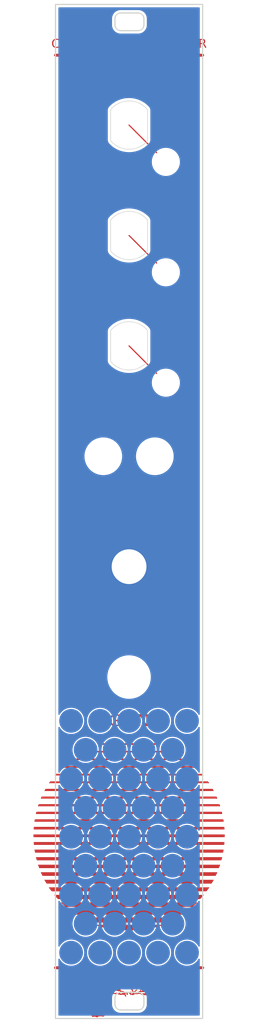
<source format=kicad_pcb>
(kicad_pcb (version 20240108) (generator "pcbnew") (generator_version "8.0")
  (layers (0 "F.Cu" signal) (31 "B.Cu" signal) (34 "B.Paste" user) (35 "F.Paste" user) (36 "B.SilkS" user "B.Silkscreen") (37 "F.SilkS" user "F.Silkscreen") (38 "B.Mask" user) (39 "F.Mask" user) (44 "Edge.Cuts" user))
  (net 0 "")
  (net 1 "GND")
  (footprint "" (layer "F.Cu") (at 133.35 66.04)
    (property "Reference" "" (at 0 0 0) (layer "F.SilkS") (effects (font (size 1.27 1.27))))
    (property "Value" "")
    (pad "" np_thru_hole circle (at 0 0) (size 4.34 4.34) (drill 4.34) (layers "F&B.Cu" "*.Mask"))
  )
  (footprint "" (layer "F.Cu") (at 133.35 46.99)
    (property "Reference" "" (at 0 0 0) (layer "F.SilkS") (effects (font (size 1.27 1.27))))
    (property "Value" "")
    (pad "" np_thru_hole circle (at 0 0) (size 4.34 4.34) (drill 4.34) (layers "F&B.Cu" "*.Mask"))
  )
  (footprint "Library:BananaJackOutputMountingHole" (layer "F.Cu") (at 127 40.64)
    (property "Reference" "REF**" (hide yes))
    (property "Value" "BananaJackOutputMountingHole" (hide yes))
    (fp_circle (center 0 0) (end 5.5 0) (stroke (width 1)) (fill none) (layer "F.Cu"))
    (fp_line (start -3.174999 2.501101) (end -3.174999 -2.5063) (stroke (width 0.1)) (layer "Edge.Cuts"))
    (fp_line (start 3.175001 -2.501301) (end 3.175001 2.5063) (stroke (width 0.1)) (layer "Edge.Cuts"))
    (fp_arc (start -3.174999 -2.5063) (mid -3.140023 -2.69) (end -3.039999 -2.848) (stroke (width 0.1)) (layer "Edge.Cuts"))
    (fp_arc (start -3.039999 -2.848) (mid 0.000001 -4.165658) (end 3.040001 -2.848) (stroke (width 0.1)) (layer "Edge.Cuts"))
    (fp_arc (start -3.039999 2.848) (mid -3.140967 2.687575) (end -3.174999 2.501101) (stroke (width 0.1)) (layer "Edge.Cuts"))
    (fp_arc (start 3.040001 -2.848) (mid 3.140963 -2.687685) (end 3.175001 -2.501301) (stroke (width 0.1)) (layer "Edge.Cuts"))
    (fp_arc (start 3.040001 2.848) (mid 0.000001 4.165658) (end -3.039999 2.848) (stroke (width 0.1)) (layer "Edge.Cuts"))
    (fp_arc (start 3.175001 2.5063) (mid 3.140031 2.690002) (end 3.040001 2.848) (stroke (width 0.1)) (layer "Edge.Cuts"))
    (fp_text user "OUT" (at 0 7.62 0) (layer "F.Cu") (effects (font (size 2 2) (thickness 0.1875))))
  )
  (footprint "MountingHole:MountingHole_6mm" (layer "F.Cu") (at 127 135.89)
    (property "Reference" "REF**" (hide yes))
    (property "Value" "MountingHole_6mm" (hide yes))
    (pad "" np_thru_hole circle (at 0 0) (size 7 7) (drill 7) (layers "F&B.Cu" "*.Mask"))
  )
  (footprint "Library:4UMountingHole" (layer "F.Cu") (at 127 191.815)
    (property "Reference" "REF**" (hide yes))
    (property "Value" "4UMountingHole" (hide yes))
    (fp_line (start -2.4375 0.525) (end -2.4375 -0.525) (stroke (width 0.2)) (layer "Edge.Cuts"))
    (fp_line (start -1.4375 -1.525) (end 1.5625 -1.525) (stroke (width 0.2)) (layer "Edge.Cuts"))
    (fp_line (start 1.5625 1.525) (end -1.4375 1.525) (stroke (width 0.2)) (layer "Edge.Cuts"))
    (fp_line (start 2.5625 -0.525) (end 2.5625 0.525) (stroke (width 0.2)) (layer "Edge.Cuts"))
    (fp_arc (start -2.4375 -0.525) (mid -2.144607 -1.232107) (end -1.4375 -1.525) (stroke (width 0.2)) (layer "Edge.Cuts"))
    (fp_arc (start -1.4375 1.525) (mid -2.144607 1.232107) (end -2.4375 0.525) (stroke (width 0.2)) (layer "Edge.Cuts"))
    (fp_arc (start 1.5625 -1.525) (mid 2.269607 -1.232107) (end 2.5625 -0.525) (stroke (width 0.2)) (layer "Edge.Cuts"))
    (fp_arc (start 2.5625 0.525) (mid 2.269607 1.232107) (end 1.5625 1.525) (stroke (width 0.2)) (layer "Edge.Cuts"))
  )
  (footprint "Library:4UMountingHole" (layer "F.Cu") (at 127 22.815)
    (property "Reference" "REF**" (hide yes))
    (property "Value" "4UMountingHole" (hide yes))
    (fp_line (start -2.4375 0.525) (end -2.4375 -0.525) (stroke (width 0.2)) (layer "Edge.Cuts"))
    (fp_line (start -1.4375 -1.525) (end 1.5625 -1.525) (stroke (width 0.2)) (layer "Edge.Cuts"))
    (fp_line (start 1.5625 1.525) (end -1.4375 1.525) (stroke (width 0.2)) (layer "Edge.Cuts"))
    (fp_line (start 2.5625 -0.525) (end 2.5625 0.525) (stroke (width 0.2)) (layer "Edge.Cuts"))
    (fp_arc (start -2.4375 -0.525) (mid -2.144607 -1.232107) (end -1.4375 -1.525) (stroke (width 0.2)) (layer "Edge.Cuts"))
    (fp_arc (start -1.4375 1.525) (mid -2.144607 1.232107) (end -2.4375 0.525) (stroke (width 0.2)) (layer "Edge.Cuts"))
    (fp_arc (start 1.5625 -1.525) (mid 2.269607 -1.232107) (end 2.5625 -0.525) (stroke (width 0.2)) (layer "Edge.Cuts"))
    (fp_arc (start 2.5625 0.525) (mid 2.269607 1.232107) (end 1.5625 1.525) (stroke (width 0.2)) (layer "Edge.Cuts"))
  )
  (footprint "" (layer "F.Cu") (at 122.555 97.79)
    (property "Reference" "" (at 0 0 0) (layer "F.SilkS") (effects (font (size 1.27 1.27))))
    (property "Value" "")
    (pad "" np_thru_hole circle (at 0 0) (size 6.3 6.3) (drill 6.35) (layers "F&B.Cu" "*.Mask"))
  )
  (footprint "Library:BananaJackOutputMountingHole" (layer "F.Cu") (at 127 78.74)
    (property "Reference" "REF**" (hide yes))
    (property "Value" "BananaJackOutputMountingHole" (hide yes))
    (fp_circle (center 0 0) (end 5.5 0) (stroke (width 1)) (fill none) (layer "F.Cu"))
    (fp_line (start -3.174999 2.501101) (end -3.174999 -2.5063) (stroke (width 0.1)) (layer "Edge.Cuts"))
    (fp_line (start 3.175001 -2.501301) (end 3.175001 2.5063) (stroke (width 0.1)) (layer "Edge.Cuts"))
    (fp_arc (start -3.174999 -2.5063) (mid -3.140023 -2.69) (end -3.039999 -2.848) (stroke (width 0.1)) (layer "Edge.Cuts"))
    (fp_arc (start -3.039999 -2.848) (mid 0.000001 -4.165658) (end 3.040001 -2.848) (stroke (width 0.1)) (layer "Edge.Cuts"))
    (fp_arc (start -3.039999 2.848) (mid -3.140967 2.687575) (end -3.174999 2.501101) (stroke (width 0.1)) (layer "Edge.Cuts"))
    (fp_arc (start 3.040001 -2.848) (mid 3.140963 -2.687685) (end 3.175001 -2.501301) (stroke (width 0.1)) (layer "Edge.Cuts"))
    (fp_arc (start 3.040001 2.848) (mid 0.000001 4.165658) (end -3.039999 2.848) (stroke (width 0.1)) (layer "Edge.Cuts"))
    (fp_arc (start 3.175001 2.5063) (mid 3.140031 2.690002) (end 3.040001 2.848) (stroke (width 0.1)) (layer "Edge.Cuts"))
    (fp_text user "ENV" (at 0 7.62 0) (layer "F.Cu") (effects (font (size 2 2) (thickness 0.1875))))
  )
  (footprint "" (layer "F.Cu") (at 133.35 85.09)
    (property "Reference" "" (at 0 0 0) (layer "F.SilkS") (effects (font (size 1.27 1.27))))
    (property "Value" "")
    (pad "" np_thru_hole circle (at 0 0) (size 4.34 4.34) (drill 4.34) (layers "F&B.Cu" "*.Mask"))
  )
  (footprint "Library:BananaJackOutputMountingHole" (layer "F.Cu") (at 127 59.69)
    (property "Reference" "REF**" (hide yes))
    (property "Value" "BananaJackOutputMountingHole" (hide yes))
    (fp_circle (center 0 0) (end 5.5 0) (stroke (width 1)) (fill none) (layer "F.Cu"))
    (fp_line (start -3.174999 2.501101) (end -3.174999 -2.5063) (stroke (width 0.1)) (layer "Edge.Cuts"))
    (fp_line (start 3.175001 -2.501301) (end 3.175001 2.5063) (stroke (width 0.1)) (layer "Edge.Cuts"))
    (fp_arc (start -3.174999 -2.5063) (mid -3.140023 -2.69) (end -3.039999 -2.848) (stroke (width 0.1)) (layer "Edge.Cuts"))
    (fp_arc (start -3.039999 -2.848) (mid 0.000001 -4.165658) (end 3.040001 -2.848) (stroke (width 0.1)) (layer "Edge.Cuts"))
    (fp_arc (start -3.039999 2.848) (mid -3.140967 2.687575) (end -3.174999 2.501101) (stroke (width 0.1)) (layer "Edge.Cuts"))
    (fp_arc (start 3.040001 -2.848) (mid 3.140963 -2.687685) (end 3.175001 -2.501301) (stroke (width 0.1)) (layer "Edge.Cuts"))
    (fp_arc (start 3.040001 2.848) (mid 0.000001 4.165658) (end -3.039999 2.848) (stroke (width 0.1)) (layer "Edge.Cuts"))
    (fp_arc (start 3.175001 2.5063) (mid 3.140031 2.690002) (end 3.040001 2.848) (stroke (width 0.1)) (layer "Edge.Cuts"))
    (fp_text user "GATE" (at 0 7.62 0) (layer "F.Cu") (effects (font (size 2 2) (thickness 0.1875))))
  )
  (footprint "" (layer "F.Cu") (at 131.445 97.79)
    (property "Reference" "" (at 0 0 0) (layer "F.SilkS") (effects (font (size 1.27 1.27))))
    (property "Value" "")
    (pad "" np_thru_hole circle (at 0 0) (size 6.35 6.35) (drill 6.35) (layers "F&B.Cu" "*.Mask"))
  )
  (gr_poly (pts (xy 110.542627 162.075832) (xy 110.551976 161.96627) (xy 110.573095 161.748027) (xy 143.430095 161.748027) (xy 143.440875 161.857035) (xy 143.450775 161.966488) (xy 143.459684 162.07605) (xy 143.467934 162.185721) (xy 110.534377 162.185721)) (stroke (width -0.000001)) (fill solid) (layer "F.Cu"))
  (gr_poly (pts (xy 111.447375 168.712901) (xy 111.392044 168.567923) (xy 111.338253 168.422174) (xy 111.285675 168.275988) (xy 142.713773 168.275988) (xy 142.661524 168.422174) (xy 142.607734 168.567923) (xy 142.552294 168.712901) (xy 142.494764 168.856888) (xy 111.504686 168.856888)) (stroke (width -0.000001)) (fill solid) (layer "F.Cu"))
  (gr_poly (pts (xy 124.850961 187.940729) (xy 124.870254 187.960022) (xy 124.945244 187.960022) (xy 124.988006 188.005865) (xy 125.030768 188.051708) (xy 125.11151 188.092815) (xy 125.192251 188.133921) (xy 125.239392 188.195725) (xy 125.286532 188.25753) (xy 125.286532 188.295161) (xy 125.251254 188.295161) (xy 125.251254 188.325088) (xy 125.321832 188.352812) (xy 125.39241 188.380535) (xy 125.425107 188.45691) (xy 125.457805 188.533286) (xy 125.449301 188.635414) (xy 125.440796 188.737542) (xy 125.407963 188.707828) (xy 125.375129 188.678114) (xy 125.322011 188.595337) (xy 125.268893 188.512559) (xy 125.268893 188.442062) (xy 125.204544 188.359466) (xy 125.140194 188.276871) (xy 125.132721 188.284344) (xy 125.125248 188.291817) (xy 125.151491 188.368455) (xy 125.177734 188.445092) (xy 125.231396 188.564155) (xy 125.285057 188.683217) (xy 125.351504 188.683217) (xy 125.373657 188.75716) (xy 125.39581 188.831102) (xy 125.364258 188.854174) (xy 125.332705 188.877245) (xy 125.322848 188.876005) (xy 125.31299 188.874765) (xy 125.283576 188.862792) (xy 125.254164 188.850802) (xy 125.21615 188.802295) (xy 125.178136 188.753788) (xy 125.057224 188.753788) (xy 125.057224 188.71851) (xy 125.020111 188.71851) (xy 125.001685 188.771366) (xy 124.983259 188.824223) (xy 124.938488 188.789005) (xy 124.893716 188.753788) (xy 124.865227 188.753388) (xy 124.836738 188.752988) (xy 124.799893 188.722512) (xy 124.763048 188.692036) (xy 124.723756 188.634752) (xy 124.684465 188.577467) (xy 124.645495 188.567686) (xy 124.606524 188.557906) (xy 124.584985 188.467228) (xy 124.563445 188.37655) (xy 124.585438 188.361816) (xy 124.607432 188.347083) (xy 124.683072 188.357582) (xy 124.758713 188.36808) (xy 124.879703 188.418633) (xy 124.919214 188.418633) (xy 124.907805 188.3511) (xy 124.896395 188.283567) (xy 124.923893 188.260746) (xy 124.951391 188.237924) (xy 124.951276 188.191577) (xy 124.951161 188.14523) (xy 124.918045 188.095001) (xy 124.884929 188.044772) (xy 124.825557 187.989819) (xy 124.766185 187.934867) (xy 124.831668 187.921436)) (stroke (width -0.000001)) (fill solid) (layer "F.Cu"))
  (gr_poly (pts (xy 125.715311 187.201823) (xy 125.753957 187.202078) (xy 125.827072 187.227555) (xy 125.900186 187.253032) (xy 125.966234 187.297854) (xy 126.032282 187.342676) (xy 126.233364 187.342676) (xy 126.255045 187.390263) (xy 126.276727 187.43785) (xy 126.29011 187.416197) (xy 126.303492 187.394544) (xy 126.478516 187.414648) (xy 126.65354 187.434753) (xy 126.670297 187.450451) (xy 126.687054 187.466148) (xy 126.736019 187.466148) (xy 126.878073 187.528606) (xy 127.020127 187.591063) (xy 127.110236 187.610256) (xy 127.200345 187.62945) (xy 127.235137 187.653633) (xy 127.26993 187.677815) (xy 127.650137 187.677815) (xy 127.650137 187.713093) (xy 127.628089 187.715638) (xy 127.60604 187.718184) (xy 127.436247 187.713785) (xy 127.266455 187.709385) (xy 127.247263 187.740439) (xy 127.377591 187.929774) (xy 127.474177 187.956836) (xy 127.570763 187.983899) (xy 127.707158 187.978179) (xy 127.80653 188.011341) (xy 127.905902 188.044504) (xy 128.214737 188.191776) (xy 128.286536 188.180523) (xy 128.285501 188.162885) (xy 128.284465 188.145246) (xy 128.24096 188.133611) (xy 128.197454 188.121976) (xy 128.196752 188.121374) (xy 128.338097 188.121374) (xy 128.399428 188.109563) (xy 128.405654 188.077024) (xy 128.41192 188.044485) (xy 128.391893 188.024458) (xy 128.371866 188.00443) (xy 128.338597 188.057052) (xy 128.338347 188.089213) (xy 128.338097 188.121374) (xy 128.196752 188.121374) (xy 128.048402 187.994391) (xy 128.026561 188.002773) (xy 128.00472 188.011154) (xy 127.992929 187.974003) (xy 127.981138 187.936852) (xy 128.022894 187.904857) (xy 128.064651 187.872863) (xy 128.135207 187.848497) (xy 128.205763 187.824132) (xy 128.241041 187.837928) (xy 128.276319 187.851725) (xy 128.298367 187.852965) (xy 128.320416 187.854204) (xy 128.320416 187.806756) (xy 128.285795 187.775424) (xy 128.251174 187.744093) (xy 128.192472 187.766619) (xy 128.170104 187.748054) (xy 128.147734 187.729489) (xy 128.020168 187.756087) (xy 127.892603 187.782685) (xy 127.814888 187.721555) (xy 127.822178 187.699685) (xy 127.829468 187.677816) (xy 127.750093 187.677816) (xy 127.757443 187.671205) (xy 127.764792 187.664594) (xy 127.870625 187.653785) (xy 127.976458 187.642975) (xy 127.936771 187.663091) (xy 127.897083 187.683208) (xy 127.897083 187.715897) (xy 127.951429 187.703961) (xy 128.005775 187.692025) (xy 128.10577 187.675549) (xy 128.205764 187.659074) (xy 128.236285 187.658504) (xy 128.266805 187.657933) (xy 128.276973 187.641481) (xy 128.287141 187.625029) (xy 128.338181 187.651423) (xy 128.38922 187.677817) (xy 128.444761 187.677817) (xy 128.475117 187.757191) (xy 128.513088 187.791398) (xy 128.551058 187.825605) (xy 128.528759 187.927131) (xy 128.582269 187.986497) (xy 128.609836 188.065872) (xy 128.637403 188.145247) (xy 128.637904 188.192481) (xy 128.565346 188.182332) (xy 128.492787 188.172183) (xy 128.431568 188.238091) (xy 128.370349 188.303998) (xy 128.306001 188.370761) (xy 128.241651 188.437523) (xy 128.236212 188.564789) (xy 128.230773 188.692054) (xy 128.247551 188.716999) (xy 128.264329 188.741944) (xy 128.320178 188.69495) (xy 128.376026 188.647957) (xy 128.405541 188.648206) (xy 128.435056 188.648456) (xy 128.46127 188.665031) (xy 128.487483 188.681605) (xy 128.395741 188.813569) (xy 128.304 188.945533) (xy 128.291845 188.993964) (xy 128.27969 189.042395) (xy 128.346202 189.098235) (xy 128.412714 189.154075) (xy 128.392397 189.192037) (xy 128.37208 189.23) (xy 128.27 189.23) (xy 128.207021 189.170628) (xy 128.144029 189.11122) (xy 128.144014 188.998649) (xy 128.144 188.886079) (xy 128.115831 188.753788) (xy 128.087662 188.621496) (xy 128.097642 188.484955) (xy 128.107621 188.348415) (xy 128.050859 188.319335) (xy 127.994098 188.290254) (xy 127.985278 188.276776) (xy 127.976459 188.263299) (xy 127.870625 188.224743) (xy 127.764793 188.186188) (xy 127.710843 188.172746) (xy 127.656893 188.159304) (xy 127.608908 188.127863) (xy 127.560922 188.096422) (xy 127.447118 188.090767) (xy 127.333313 188.085112) (xy 127.297698 188.066051) (xy 127.262084 188.046991) (xy 127.262084 187.995417) (xy 127.199182 187.925791) (xy 127.136279 187.856166) (xy 127.067101 187.858924) (xy 126.997924 187.861683) (xy 126.977293 187.841052) (xy 126.956662 187.820421) (xy 126.981491 187.79024) (xy 127.00632 187.760059) (xy 126.944583 187.776103) (xy 126.882848 187.792148) (xy 126.741737 187.791041) (xy 126.600625 187.789934) (xy 126.543299 187.759879) (xy 126.485973 187.729825) (xy 126.485973 187.678486) (xy 126.577303 187.655564) (xy 126.650701 187.679918) (xy 126.724098 187.704273) (xy 126.926944 187.704168) (xy 127.129792 187.704063) (xy 127.161778 187.691065) (xy 127.193764 187.678068) (xy 127.182785 187.660304) (xy 127.171807 187.642541) (xy 126.751254 187.642541) (xy 126.640662 187.600141) (xy 126.530069 187.55774) (xy 126.441874 187.540154) (xy 126.353681 187.522567) (xy 126.230208 187.493443) (xy 126.106736 187.464319) (xy 126.019405 187.445058) (xy 125.932075 187.425796) (xy 125.746612 187.343775) (xy 125.718964 187.290311) (xy 125.691316 187.236846) (xy 125.654862 187.236846) (xy 125.665764 187.219207) (xy 125.676665 187.201568)) (stroke (width -0.000001)) (fill solid) (layer "F.Cu"))
  (gr_poly (pts (xy 110.505776 163.442138) (xy 110.502914 163.366346) (xy 110.500384 163.290446) (xy 110.499612 163.252278) (xy 110.499393 163.214) (xy 110.499612 163.194094) (xy 110.50027 163.174296) (xy 110.50236 163.13481) (xy 110.50445 163.095207) (xy 110.505331 163.075409) (xy 110.505772 163.055385) (xy 143.495985 163.055385) (xy 143.500605 163.214009) (xy 143.500275 163.252286) (xy 143.499505 163.290454) (xy 143.496864 163.366355) (xy 143.493894 163.442146) (xy 143.491474 163.518155) (xy 110.508084 163.518155)) (stroke (width -0.000001)) (fill solid) (layer "F.Cu"))
  (gr_poly (pts (xy 126.795813 188.81378) (xy 126.891669 188.859165) (xy 126.891669 188.926403) (xy 126.863767 188.937109) (xy 126.835867 188.947815) (xy 126.82408 188.945585) (xy 126.812293 188.943355) (xy 126.741738 188.925864) (xy 126.671182 188.908371) (xy 126.648007 188.901756) (xy 126.624832 188.895142) (xy 126.630368 188.837838) (xy 126.635905 188.780535) (xy 126.667932 188.774465) (xy 126.699958 188.768395)) (stroke (width -0.000001)) (fill solid) (layer "F.Cu"))
  (gr_poly (pts (xy 112.673218 171.37061) (xy 112.571687 171.20847) (xy 112.472469 171.045231) (xy 112.375227 170.880783) (xy 141.624666 170.880783) (xy 141.527646 171.045231) (xy 141.428426 171.20847) (xy 141.326895 171.37061) (xy 141.222946 171.53165) (xy 112.776947 171.53165)) (stroke (width -0.000001)) (fill solid) (layer "F.Cu"))
  (gr_poly (pts (xy 120.068295 178.140554) (xy 119.832235 178.040451) (xy 119.598265 177.937384) (xy 119.366167 177.831121) (xy 119.136267 177.721777) (xy 118.908458 177.609135) (xy 118.682955 177.493195) (xy 118.459766 177.374066) (xy 135.540126 177.374066) (xy 135.317157 177.493195) (xy 135.091766 177.609135) (xy 134.864065 177.721777) (xy 134.634055 177.831121) (xy 134.401954 177.937384) (xy 134.167764 178.040451) (xy 133.931705 178.140554) (xy 133.693885 178.237578) (xy 120.306117 178.237578)) (stroke (width -0.000001)) (fill solid) (layer "F.Cu"))
  (gr_poly (pts (xy 124.922929 179.527438) (xy 124.357197 179.454508) (xy 123.797957 179.364417) (xy 123.245318 179.257607) (xy 122.699829 179.134299) (xy 122.161599 178.994709) (xy 121.631069 178.839392) (xy 121.108571 178.66834) (xy 132.891217 178.66834) (xy 132.368607 178.839392) (xy 131.838187 178.994709) (xy 131.299957 179.134299) (xy 130.754468 179.257607) (xy 130.201828 179.364417) (xy 129.642588 179.454508) (xy 129.076859 179.527438) (xy 128.505079 179.582986) (xy 125.494602 179.582986)) (stroke (width -0.000001)) (fill solid) (layer "F.Cu"))
  (gr_poly (pts (xy 110.938627 159.424165) (xy 110.965906 159.326487) (xy 111.022005 159.131457) (xy 142.986685 159.131457) (xy 143.000324 159.179965) (xy 143.013525 159.228691) (xy 143.038714 159.326478) (xy 143.086784 159.522498) (xy 110.912775 159.522498)) (stroke (width -0.000001)) (fill solid) (layer "F.Cu"))
  (gr_line (start 114.3 186.055) (end 139.7 186.055) (stroke (width 0.5)) (layer "F.Cu"))
  (gr_poly (pts (xy 111.447375 168.712901) (xy 111.392044 168.567923) (xy 111.338253 168.422174) (xy 111.285675 168.275988) (xy 142.713773 168.275988) (xy 142.661524 168.422174) (xy 142.607734 168.567923) (xy 142.552294 168.712901) (xy 142.494764 168.856888) (xy 111.504686 168.856888)) (stroke (width -0.000001)) (fill solid) (layer "F.Cu"))
  (gr_poly (pts (xy 111.988466 170.041365) (xy 111.911357 169.888029) (xy 111.836229 169.733812) (xy 111.763191 169.578822) (xy 142.236376 169.578822) (xy 142.163445 169.733812) (xy 142.088315 169.888029) (xy 142.011205 170.041365) (xy 141.932445 170.193938) (xy 112.067119 170.193938)) (stroke (width -0.000001)) (fill solid) (layer "F.Cu"))
  (gr_poly (pts (xy 121.658751 192.002635) (xy 121.648093 192.202189) (xy 121.651018 192.269496) (xy 121.653942 192.336802) (xy 121.735816 192.466772) (xy 121.786972 192.576831) (xy 121.838128 192.686891) (xy 121.979239 192.68729) (xy 121.984098 192.758139) (xy 121.988958 192.828989) (xy 121.971511 192.861589) (xy 121.954065 192.894188) (xy 121.974836 192.949218) (xy 121.995607 193.004247) (xy 121.978604 193.020681) (xy 121.9616 193.037115) (xy 121.882225 193.045992) (xy 121.80285 193.054869) (xy 121.77409 193.046576) (xy 121.74533 193.038263) (xy 121.707944 192.940567) (xy 121.670558 192.842871) (xy 121.670558 192.775326) (xy 121.63528 192.709505) (xy 121.600002 192.643685) (xy 121.600002 192.600833) (xy 121.548148 192.523999) (xy 121.496293 192.447164) (xy 121.485204 192.359954) (xy 121.474114 192.272745) (xy 121.491901 192.088752) (xy 121.509689 191.90476) (xy 121.543361 191.859447) (xy 121.577033 191.814134) (xy 121.623221 191.808608) (xy 121.669409 191.803082)) (stroke (width -0.000001)) (fill solid) (layer "F.Cu"))
  (gr_line (start 114.3 28.575) (end 139.7 28.575) (stroke (width 0.5)) (layer "F.Cu"))
  (gr_line (start 127 78.74) (end 133.35 85.09) (stroke (width 0.2)) (layer "F.Cu"))
  (gr_line (start 127 59.69) (end 133.35 66.04) (stroke (width 0.2)) (layer "F.Cu"))
  (gr_poly (pts (xy 126.828655 190.193308) (xy 126.856391 190.203951) (xy 126.856391 190.311017) (xy 126.783647 190.426199) (xy 126.710903 190.541381) (xy 126.757189 190.575097) (xy 126.803475 190.608814) (xy 126.803475 190.692824) (xy 126.769357 190.711084) (xy 126.735238 190.729343) (xy 126.631843 190.729343) (xy 126.585366 190.692785) (xy 126.53889 190.656227) (xy 126.53889 190.53824) (xy 126.575185 190.453569) (xy 126.611479 190.368899) (xy 126.673396 190.293337) (xy 126.735314 190.217774) (xy 126.768116 190.200219) (xy 126.800919 190.182664)) (stroke (width -0.000001)) (fill solid) (layer "F.Cu"))
  (gr_poly (pts (xy 125.443663 187.198995) (xy 125.511109 187.219203) (xy 125.625443 187.219203) (xy 125.614737 187.247104) (xy 125.60403 187.275005) (xy 125.60403 187.289041) (xy 125.533475 187.325036) (xy 125.462919 187.361031) (xy 125.462919 187.389929) (xy 125.507846 187.410399) (xy 125.552773 187.430869) (xy 125.604911 187.430869) (xy 125.704724 187.46595) (xy 125.804536 187.501032) (xy 125.850769 187.545325) (xy 125.897001 187.589619) (xy 125.954725 187.589619) (xy 125.965627 187.57198) (xy 125.976528 187.554341) (xy 126.027362 187.554341) (xy 126.028402 187.611668) (xy 126.029442 187.668994) (xy 126.068089 187.746745) (xy 126.106735 187.824496) (xy 126.19493 187.848693) (xy 126.283123 187.872889) (xy 126.51688 187.945416) (xy 126.575523 187.983594) (xy 126.634165 188.021772) (xy 126.732047 188.074689) (xy 126.82993 188.127606) (xy 126.82993 188.180176) (xy 126.778012 188.189169) (xy 126.726096 188.198162) (xy 126.729506 188.21139) (xy 126.732916 188.22462) (xy 126.732916 188.259481) (xy 126.804983 188.271005) (xy 126.877049 188.282528) (xy 126.8867 188.307677) (xy 126.89635 188.332825) (xy 126.876369 188.352806) (xy 126.856387 188.372787) (xy 126.856387 188.414238) (xy 126.908345 188.42463) (xy 126.960302 188.435021) (xy 126.979521 188.470932) (xy 126.99874 188.506843) (xy 126.979859 188.54212) (xy 126.960979 188.577398) (xy 126.92577 188.577398) (xy 126.838748 188.533301) (xy 126.751727 188.489204) (xy 126.697637 188.489204) (xy 126.697637 188.525735) (xy 126.772735 188.557926) (xy 126.847833 188.590116) (xy 126.905026 188.638241) (xy 126.962221 188.686367) (xy 126.962221 188.753787) (xy 126.887294 188.753787) (xy 126.781636 188.683231) (xy 126.675978 188.612676) (xy 126.614707 188.612676) (xy 126.559158 188.593311) (xy 126.50361 188.573947) (xy 126.50361 188.526481) (xy 126.543298 188.498153) (xy 126.582985 188.469825) (xy 126.534478 188.433946) (xy 126.485971 188.398067) (xy 126.485971 188.280075) (xy 126.384548 188.269611) (xy 126.283123 188.259146) (xy 126.164448 188.24178) (xy 126.045772 188.224414) (xy 125.955811 188.205121) (xy 125.865849 188.185828) (xy 125.833006 188.109209) (xy 125.800164 188.03259) (xy 125.746192 188.00468) (xy 125.692221 187.97677) (xy 125.692221 187.919365) (xy 125.78042 187.919365) (xy 125.924422 187.997027) (xy 126.068424 188.07469) (xy 126.316887 188.129878) (xy 126.56535 188.185066) (xy 126.624146 188.187204) (xy 126.682942 188.189343) (xy 126.675677 188.167294) (xy 126.668413 188.145246) (xy 126.5981 188.091457) (xy 126.527787 188.037669) (xy 126.423096 188.014512) (xy 126.318405 187.991356) (xy 126.16037 187.940419) (xy 126.002336 187.889482) (xy 125.78042 187.889482) (xy 125.78042 187.919365) (xy 125.692221 187.919365) (xy 125.692221 187.872515) (xy 125.612846 187.853833) (xy 125.489374 187.840789) (xy 125.365902 187.827746) (xy 125.365902 187.739551) (xy 125.531875 187.734442) (xy 125.69785 187.729333) (xy 125.776613 187.75617) (xy 125.855375 187.783008) (xy 125.868447 187.774929) (xy 125.881518 187.766851) (xy 125.873643 187.725656) (xy 125.865767 187.684461) (xy 125.664202 187.639744) (xy 125.415423 187.64555) (xy 125.166645 187.651356) (xy 125.132593 187.682224) (xy 125.098541 187.713093) (xy 125.04078 187.713093) (xy 124.979632 187.683933) (xy 124.918484 187.654774) (xy 124.684539 187.682301) (xy 124.450594 187.709828) (xy 124.431998 187.73639) (xy 124.413402 187.762953) (xy 124.395105 187.793346) (xy 124.376807 187.823739) (xy 124.264744 187.839064) (xy 124.152682 187.85439) (xy 124.095523 187.889716) (xy 124.038363 187.925043) (xy 123.966997 187.929822) (xy 123.89563 187.934601) (xy 123.831319 187.988701) (xy 123.782812 188.018873) (xy 123.734305 188.049045) (xy 123.734305 188.097085) (xy 123.853367 188.088067) (xy 123.97243 188.079048) (xy 124.000757 188.054386) (xy 124.029083 188.029725) (xy 124.137462 188.010634) (xy 124.245842 187.991543) (xy 124.272295 188.001695) (xy 124.298749 188.011846) (xy 124.298749 188.06335) (xy 124.269261 188.092838) (xy 124.239773 188.122326) (xy 124.175685 188.112078) (xy 124.111596 188.10183) (xy 124.077291 188.125564) (xy 124.042985 188.149298) (xy 123.937152 188.1622) (xy 123.831319 188.175102) (xy 123.806779 188.195451) (xy 123.782239 188.2158) (xy 123.718584 188.233904) (xy 123.65493 188.252008) (xy 123.649578 188.315628) (xy 123.644227 188.379248) (xy 123.7228 188.370392) (xy 123.801374 188.361535) (xy 123.822391 188.400804) (xy 123.843406 188.440073) (xy 123.810077 188.473402) (xy 123.716501 188.437846) (xy 123.622925 188.40229) (xy 123.572782 188.43191) (xy 123.522638 188.46153) (xy 123.522638 188.487788) (xy 123.433125 188.571518) (xy 123.343612 188.655247) (xy 123.290069 188.761843) (xy 123.236527 188.868438) (xy 123.192875 188.983091) (xy 123.149222 189.097744) (xy 123.13214 189.1683) (xy 123.115058 189.238855) (xy 123.088238 189.318231) (xy 123.061419 189.397606) (xy 123.057081 189.517019) (xy 123.052742 189.636432) (xy 123.032405 189.65677) (xy 123.012068 189.677107) (xy 122.967978 189.657019) (xy 122.923889 189.63693) (xy 122.9126 189.591953) (xy 122.901312 189.546975) (xy 122.928313 189.419373) (xy 122.955314 189.291772) (xy 123.016853 189.124203) (xy 123.078392 188.956633) (xy 123.115995 188.881096) (xy 123.153597 188.80556) (xy 123.142029 188.786842) (xy 123.130461 188.768125) (xy 123.051287 188.84474) (xy 122.972112 188.921356) (xy 122.901829 189.015357) (xy 122.831545 189.109358) (xy 122.790816 189.201454) (xy 122.750087 189.293549) (xy 122.69385 189.376877) (xy 122.637612 189.460205) (xy 122.620965 189.520495) (xy 122.604318 189.580785) (xy 122.56959 189.591808) (xy 122.534861 189.602831) (xy 122.501057 189.592102) (xy 122.467254 189.581373) (xy 122.4307 189.476516) (xy 122.403366 189.466027) (xy 122.376032 189.455538) (xy 122.333399 189.466238) (xy 122.290766 189.476938) (xy 122.260048 189.569564) (xy 122.22933 189.662189) (xy 122.196887 189.720052) (xy 122.164444 189.777915) (xy 122.164444 189.792138) (xy 122.261458 189.803301) (xy 122.257785 189.907674) (xy 122.254112 190.012047) (xy 122.328467 189.939074) (xy 122.402822 189.8661) (xy 122.446793 189.876935) (xy 122.490764 189.887771) (xy 122.534861 189.922273) (xy 122.534861 190.005674) (xy 122.476464 190.030075) (xy 122.418067 190.054474) (xy 122.352893 190.130616) (xy 122.287718 190.206758) (xy 122.204032 190.202822) (xy 122.120347 190.198887) (xy 122.090597 190.189879) (xy 122.060846 190.180871) (xy 122.055319 190.143399) (xy 122.049792 190.105928) (xy 122.030917 190.099725) (xy 122.012042 190.093521) (xy 121.969181 190.130895) (xy 121.926319 190.168268) (xy 121.831288 190.217699) (xy 121.787913 190.201207) (xy 121.744538 190.184716) (xy 121.733284 190.166507) (xy 121.722031 190.148298) (xy 121.747404 190.099232) (xy 121.772777 190.050166) (xy 121.809861 190.016606) (xy 121.846944 189.983046) (xy 121.846944 189.948727) (xy 121.777012 189.95991) (xy 121.707079 189.971093) (xy 121.64031 190.014382) (xy 121.573542 190.057671) (xy 121.520625 190.118267) (xy 121.446133 190.187964) (xy 121.371641 190.257661) (xy 121.252105 190.297727) (xy 121.13257 190.337792) (xy 121.088472 190.347995) (xy 121.044375 190.358198) (xy 120.920903 190.435676) (xy 120.963109 190.446159) (xy 121.005314 190.456641) (xy 121.020571 190.497885) (xy 121.035829 190.53913) (xy 120.973 190.596679) (xy 120.910171 190.654228) (xy 120.834175 190.693314) (xy 120.75818 190.7324) (xy 120.668654 190.805838) (xy 120.579127 190.879277) (xy 120.575916 190.892929) (xy 120.572704 190.906583) (xy 120.583203 190.959075) (xy 120.593701 191.011568) (xy 120.629861 191.011568) (xy 120.629861 190.962704) (xy 120.711397 190.863664) (xy 120.792932 190.764624) (xy 120.875392 190.764624) (xy 120.896934 190.836525) (xy 120.918477 190.908426) (xy 120.886729 191.008504) (xy 120.854982 191.108582) (xy 120.837788 191.161499) (xy 120.820594 191.214415) (xy 120.797109 191.311283) (xy 120.773624 191.408152) (xy 120.779565 191.414093) (xy 120.785506 191.420034) (xy 120.874897 191.281947) (xy 120.964289 191.143859) (xy 121.033872 191.067283) (xy 121.103455 190.990707) (xy 121.140062 191.002326) (xy 121.176669 191.013945) (xy 121.176669 191.134258) (xy 121.129139 191.231169) (xy 121.081609 191.328082) (xy 121.091365 191.337838) (xy 121.101121 191.347593) (xy 121.181378 191.313192) (xy 121.261634 191.27879) (xy 121.291322 191.226448) (xy 121.39694 191.190885) (xy 121.502559 191.155323) (xy 121.524822 191.1738) (xy 121.547086 191.192277) (xy 121.547086 191.295394) (xy 121.460495 191.381985) (xy 121.35314 191.381985) (xy 121.264808 191.445445) (xy 121.176476 191.508905) (xy 121.165841 191.551278) (xy 121.155206 191.593651) (xy 120.996904 191.593651) (xy 120.945957 191.563556) (xy 120.895011 191.533461) (xy 120.841599 191.588092) (xy 120.788188 191.642722) (xy 120.725206 191.654537) (xy 120.662224 191.666353) (xy 120.619586 191.638415) (xy 120.576947 191.610478) (xy 120.576947 191.593173) (xy 120.592606 191.562545) (xy 120.608265 191.531916) (xy 120.639653 191.395225) (xy 120.671041 191.258534) (xy 120.66013 191.247623) (xy 120.64922 191.236712) (xy 120.636644 191.286818) (xy 120.624068 191.336924) (xy 120.565275 191.43442) (xy 120.506482 191.531917) (xy 120.506437 191.558096) (xy 120.506392 191.584275) (xy 120.459448 191.681568) (xy 120.412504 191.778862) (xy 120.400943 191.804142) (xy 120.389381 191.829421) (xy 120.362089 191.846636) (xy 120.334798 191.863851) (xy 120.305942 191.852778) (xy 120.277086 191.841705) (xy 120.277086 191.651328) (xy 120.347642 191.561631) (xy 120.347642 191.470181) (xy 120.274767 191.470181) (xy 120.243006 191.487179) (xy 120.211244 191.504177) (xy 120.199893 191.575167) (xy 120.188541 191.646157) (xy 120.154336 191.712509) (xy 120.120132 191.778862) (xy 120.102392 191.82642) (xy 120.084653 191.873978) (xy 120.024014 191.885354) (xy 119.963374 191.89673) (xy 119.972404 191.964051) (xy 119.981433 192.03137) (xy 119.950935 192.090325) (xy 119.920436 192.149279) (xy 119.905152 192.211016) (xy 119.889868 192.272752) (xy 119.908518 192.369776) (xy 119.927167 192.466799) (xy 119.951349 192.49987) (xy 119.97553 192.53294) (xy 120.000531 192.523347) (xy 120.025532 192.513753) (xy 120.028095 192.395561) (xy 120.030658 192.277368) (xy 120.055544 192.237474) (xy 120.068507 192.14928) (xy 120.081471 192.061086) (xy 120.093152 192.003311) (xy 120.104833 191.945537) (xy 120.141968 191.919527) (xy 120.179103 191.893517) (xy 120.255128 191.893517) (xy 120.292043 191.937996) (xy 120.249728 192.131832) (xy 120.207413 192.325669) (xy 120.206973 192.367516) (xy 120.206533 192.409363) (xy 120.234964 192.385767) (xy 120.263396 192.362171) (xy 120.319982 192.367046) (xy 120.376569 192.371921) (xy 120.394895 192.331156) (xy 120.413221 192.290391) (xy 120.425509 192.345793) (xy 120.437796 192.401196) (xy 120.535856 192.509556) (xy 120.633916 192.617916) (xy 120.65394 192.590791) (xy 120.673963 192.563666) (xy 120.728363 192.548162) (xy 120.782763 192.532659) (xy 120.812148 192.549104) (xy 120.841533 192.565548) (xy 120.841533 192.596366) (xy 120.795898 192.650601) (xy 120.750264 192.704834) (xy 120.776881 192.715048) (xy 120.803498 192.725263) (xy 120.874491 192.687268) (xy 120.947366 192.687268) (xy 120.947366 192.720464) (xy 120.932044 192.729933) (xy 120.916722 192.739403) (xy 120.905485 192.809677) (xy 120.894248 192.879949) (xy 120.956725 193.008325) (xy 121.019201 193.1367) (xy 121.074938 193.194206) (xy 121.130675 193.251712) (xy 121.176198 193.251712) (xy 121.201599 193.190921) (xy 121.226999 193.130129) (xy 121.239288 192.983663) (xy 121.251576 192.837198) (xy 121.274697 192.7805) (xy 121.297819 192.7238) (xy 121.343308 192.712384) (xy 121.388796 192.700967) (xy 121.441255 192.744503) (xy 121.441255 192.791777) (xy 121.476845 192.886899) (xy 121.512435 192.982022) (xy 121.582678 193.009614) (xy 121.652921 193.037206) (xy 121.652921 193.121835) (xy 121.626271 193.211577) (xy 121.59962 193.301319) (xy 121.61756 193.348504) (xy 121.6355 193.395689) (xy 121.65744 193.388452) (xy 121.67938 193.381216) (xy 121.698488 193.343236) (xy 121.717596 193.305257) (xy 121.749861 193.32885) (xy 121.782126 193.352442) (xy 121.770994 193.381451) (xy 121.759862 193.410461) (xy 121.709612 193.410461) (xy 121.698357 193.43979) (xy 121.687102 193.469121) (xy 121.785213 193.572914) (xy 121.884426 193.640773) (xy 121.983638 193.708633) (xy 121.993761 193.735013) (xy 122.003884 193.761393) (xy 122.061256 193.791061) (xy 122.118627 193.820728) (xy 122.142798 193.844899) (xy 122.166969 193.86907) (xy 122.219644 193.86907) (xy 122.261709 193.919061) (xy 122.303774 193.969054) (xy 122.388452 194.009811) (xy 122.47313 194.050569) (xy 122.583722 194.101744) (xy 122.616621 194.095581) (xy 122.649519 194.089417) (xy 122.683757 194.013736) (xy 122.717995 193.938055) (xy 122.753589 193.943249) (xy 122.789184 193.948444) (xy 122.799903 193.992541) (xy 122.810623 194.036639) (xy 122.797328 194.089555) (xy 122.784032 194.142472) (xy 122.756702 194.248305) (xy 122.729373 194.354138) (xy 122.720136 194.402013) (xy 122.7109 194.449888) (xy 122.636112 194.47058) (xy 122.561324 194.491272) (xy 122.420213 194.469648) (xy 122.279102 194.448024) (xy 122.095112 194.432104) (xy 121.911122 194.416183) (xy 121.877214 194.446897) (xy 121.843306 194.477611) (xy 121.60009 194.477611) (xy 121.600046 194.53305) (xy 121.600002 194.588489) (xy 121.572102 194.599197) (xy 121.544201 194.609903) (xy 121.505956 194.607258) (xy 121.467711 194.604613) (xy 121.416379 194.596993) (xy 121.365047 194.589372) (xy 121.328185 194.566881) (xy 121.291322 194.544391) (xy 121.189117 194.513521) (xy 121.086913 194.482652) (xy 121.030367 194.494109) (xy 120.973822 194.505567) (xy 120.863698 194.515683) (xy 120.753574 194.525799) (xy 120.657038 194.513738) (xy 120.560501 194.501677) (xy 120.579915 194.470592) (xy 120.599328 194.439506) (xy 120.568673 194.392722) (xy 120.538019 194.345938) (xy 120.478108 194.308911) (xy 120.418197 194.271883) (xy 120.418197 194.210203) (xy 120.347022 194.135056) (xy 120.556357 194.135056) (xy 120.632798 194.204185) (xy 120.709239 194.273313) (xy 120.731287 194.274038) (xy 120.753336 194.274763) (xy 120.753336 194.225949) (xy 120.68273 194.16216) (xy 120.612123 194.098371) (xy 120.579029 194.098371) (xy 120.567693 194.116714) (xy 120.556357 194.135056) (xy 120.347022 194.135056) (xy 120.334412 194.121743) (xy 120.250628 194.033283) (xy 120.21719 193.98094) (xy 120.435836 193.98094) (xy 120.464652 194.012781) (xy 120.493467 194.044623) (xy 120.508749 194.035178) (xy 120.52403 194.025734) (xy 120.52403 194.010177) (xy 121.333337 194.010177) (xy 121.370697 194.010177) (xy 121.370697 193.974899) (xy 121.35514 193.974899) (xy 121.344239 193.992538) (xy 121.333337 194.010177) (xy 120.52403 194.010177) (xy 120.52403 193.995058) (xy 120.496312 193.967339) (xy 120.468594 193.939621) (xy 120.435836 193.939621) (xy 120.435836 193.98094) (xy 120.21719 193.98094) (xy 120.16526 193.89965) (xy 120.108878 193.811392) (xy 120.312364 193.811392) (xy 120.348922 193.857868) (xy 120.38548 193.904344) (xy 120.412318 193.904344) (xy 120.423373 193.893288) (xy 120.434429 193.882232) (xy 120.408221 193.831552) (xy 120.382013 193.780871) (xy 120.368166 193.780871) (xy 120.340265 193.770165) (xy 120.316651 193.761104) (xy 120.770212 193.761104) (xy 120.815566 193.803158) (xy 120.86092 193.845212) (xy 120.949065 193.867803) (xy 121.03721 193.890394) (xy 121.155447 193.948696) (xy 121.273683 194.006998) (xy 121.294078 193.981023) (xy 121.314473 193.955047) (xy 121.450072 193.977573) (xy 121.498579 193.996018) (xy 121.547086 194.014463) (xy 121.547086 194.046334) (xy 121.595593 194.063534) (xy 121.6441 194.080733) (xy 121.732294 194.124403) (xy 121.820489 194.168071) (xy 121.970419 194.210406) (xy 122.12035 194.252742) (xy 122.212954 194.254932) (xy 122.305558 194.257127) (xy 122.305558 194.222516) (xy 122.349655 194.211448) (xy 122.393753 194.200381) (xy 122.393109 194.189064) (xy 122.392465 194.177747) (xy 122.315855 194.12924) (xy 122.239246 194.080733) (xy 122.184606 194.080733) (xy 122.156887 194.053015) (xy 122.129169 194.025297) (xy 122.129169 194.046012) (xy 122.08009 193.991083) (xy 122.031011 193.936153) (xy 121.943389 193.92652) (xy 121.855767 193.916885) (xy 121.843468 193.897851) (xy 121.83117 193.878818) (xy 121.870427 193.854556) (xy 121.819 193.803705) (xy 121.767572 193.752854) (xy 121.711546 193.729984) (xy 121.65552 193.707115) (xy 121.618942 193.718724) (xy 121.582364 193.730334) (xy 121.582364 193.67504) (xy 121.547086 193.67504) (xy 121.547086 193.5853) (xy 121.516218 193.590482) (xy 121.48535 193.595665) (xy 121.489478 193.551568) (xy 121.493607 193.507471) (xy 121.469183 193.436915) (xy 121.444759 193.366359) (xy 121.370754 193.355093) (xy 121.353087 193.401562) (xy 121.33542 193.44803) (xy 121.33542 193.520608) (xy 121.361878 193.49865) (xy 121.388336 193.476692) (xy 121.414795 193.49865) (xy 121.441253 193.520608) (xy 121.441253 193.561334) (xy 121.345753 193.559869) (xy 121.250254 193.558404) (xy 121.224115 193.536711) (xy 121.197975 193.515017) (xy 121.159149 193.577839) (xy 121.120322 193.640662) (xy 121.130077 193.666081) (xy 121.139831 193.691502) (xy 121.253311 193.680904) (xy 121.366791 193.670307) (xy 121.407947 193.699133) (xy 121.449103 193.72796) (xy 120.790696 193.72796) (xy 120.780454 193.744532) (xy 120.770212 193.761104) (xy 120.316651 193.761104) (xy 120.312364 193.759459) (xy 120.312364 193.811392) (xy 120.108878 193.811392) (xy 120.079892 193.766018) (xy 120.058675 193.704436) (xy 120.241808 193.704436) (xy 120.253568 193.716195) (xy 120.265327 193.727954) (xy 120.294725 193.727954) (xy 120.294725 193.694563) (xy 120.294725 193.661172) (xy 120.268267 193.651019) (xy 120.241808 193.640866) (xy 120.241808 193.704436) (xy 120.058675 193.704436) (xy 120.053632 193.689799) (xy 120.027372 193.613579) (xy 120.012648 193.595801) (xy 119.997924 193.578024) (xy 119.96139 193.426815) (xy 119.957871 193.412249) (xy 120.80179 193.412249) (xy 120.842374 193.455448) (xy 120.882958 193.498648) (xy 120.912086 193.498648) (xy 120.912086 193.375176) (xy 120.879693 193.375176) (xy 120.851941 193.364526) (xy 120.824189 193.353876) (xy 120.80179 193.412249) (xy 119.957871 193.412249) (xy 119.924856 193.275606) (xy 119.950025 193.132452) (xy 119.975194 192.989298) (xy 119.985554 192.968853) (xy 120.11467 192.968853) (xy 120.160601 193.023439) (xy 120.206531 193.078024) (xy 120.206531 193.110595) (xy 120.241809 193.110595) (xy 120.241468 193.088545) (xy 120.241128 193.066497) (xy 120.218272 192.978323) (xy 120.195417 192.890149) (xy 120.137236 192.878945) (xy 120.125953 192.923899) (xy 120.11467 192.968853) (xy 119.985554 192.968853) (xy 120.004795 192.930883) (xy 120.034396 192.872469) (xy 120.061461 192.841601) (xy 120.088526 192.810733) (xy 120.153614 192.810733) (xy 120.152989 192.771046) (xy 120.152364 192.731359) (xy 120.130202 192.691452) (xy 120.109619 192.654387) (xy 120.330003 192.654387) (xy 120.330422 192.67844) (xy 120.354661 192.769476) (xy 120.378899 192.860511) (xy 120.39217 192.881983) (xy 120.405441 192.903456) (xy 120.421515 192.874732) (xy 120.437589 192.846009) (xy 120.517881 192.846009) (xy 120.55369 192.885697) (xy 120.589498 192.925384) (xy 120.622303 192.98271) (xy 120.655109 193.040036) (xy 120.682781 193.040036) (xy 120.682515 193.017989) (xy 120.682249 192.995941) (xy 120.657909 192.926002) (xy 120.633568 192.856064) (xy 120.612718 192.849114) (xy 120.591868 192.842163) (xy 120.504992 192.752973) (xy 120.418115 192.663782) (xy 120.374059 192.659087) (xy 120.330003 192.654387) (xy 120.109619 192.654387) (xy 120.10804 192.651544) (xy 120.073501 192.677661) (xy 120.038961 192.703778) (xy 119.974169 192.704338) (xy 119.909376 192.704898) (xy 119.857538 192.66128) (xy 119.8057 192.617661) (xy 119.801407 192.599065) (xy 120.288845 192.599065) (xy 120.335882 192.599065) (xy 120.324123 192.587306) (xy 120.312364 192.575547) (xy 120.300605 192.587306) (xy 120.288845 192.599065) (xy 119.801407 192.599065) (xy 119.784214 192.524578) (xy 119.762728 192.431496) (xy 119.744223 192.279482) (xy 119.725718 192.127468) (xy 119.763691 192.009927) (xy 119.801665 191.892386) (xy 119.823806 191.718491) (xy 119.845946 191.544596) (xy 119.822008 191.508542) (xy 119.798069 191.472489) (xy 119.834409 191.422825) (xy 119.870748 191.373161) (xy 119.877765 191.30942) (xy 120.309042 191.30942) (xy 120.333235 191.348565) (xy 120.353314 191.341872) (xy 120.373393 191.335179) (xy 120.404544 191.248338) (xy 120.435694 191.161495) (xy 120.435765 191.148266) (xy 120.435836 191.135037) (xy 120.386976 191.135037) (xy 120.359287 191.177297) (xy 120.331597 191.219557) (xy 120.309042 191.30942) (xy 119.877765 191.30942) (xy 119.885311 191.24087) (xy 119.992061 191.24087) (xy 120.023992 191.24087) (xy 120.060282 191.201184) (xy 120.096571 191.161496) (xy 120.128231 191.09976) (xy 120.159891 191.038024) (xy 120.171537 190.963439) (xy 120.183184 190.888854) (xy 120.091878 190.910596) (xy 120.070798 190.927158) (xy 120.049719 190.94372) (xy 120.030241 191.043788) (xy 120.010763 191.143856) (xy 120.001412 191.192363) (xy 119.992061 191.24087) (xy 119.885311 191.24087) (xy 119.889875 191.199408) (xy 119.909002 191.025656) (xy 119.899582 191.016235) (xy 119.890162 191.006815) (xy 119.83227 191.029908) (xy 119.774378 191.053) (xy 119.725769 191.086472) (xy 119.67716 191.119944) (xy 119.646394 191.114114) (xy 119.615628 191.108284) (xy 119.610646 191.046694) (xy 119.605665 190.985105) (xy 119.692065 190.921378) (xy 119.737192 190.888093) (xy 120.347641 190.888093) (xy 120.367653 190.888093) (xy 120.439991 190.830767) (xy 120.512328 190.77344) (xy 120.641651 190.651397) (xy 120.770975 190.529354) (xy 120.770975 190.500037) (xy 120.71816 190.500037) (xy 120.651963 190.558752) (xy 120.585767 190.617467) (xy 120.484903 190.674379) (xy 120.38404 190.731291) (xy 120.365939 190.796463) (xy 120.347838 190.861634) (xy 120.34774 190.874864) (xy 120.347641 190.888093) (xy 119.737192 190.888093) (xy 119.778465 190.857651) (xy 119.862266 190.815798) (xy 119.946068 190.773946) (xy 119.987512 190.680233) (xy 120.009998 190.629387) (xy 120.135975 190.629387) (xy 120.135975 190.694065) (xy 120.149204 190.694014) (xy 120.162433 190.693964) (xy 120.219286 190.659268) (xy 120.276139 190.624604) (xy 120.287669 190.578669) (xy 120.299198 190.532733) (xy 120.256472 190.491218) (xy 120.196223 190.560302) (xy 120.135975 190.629387) (xy 120.009998 190.629387) (xy 120.028956 190.586521) (xy 120.064827 190.536145) (xy 120.100697 190.485769) (xy 120.100697 190.447119) (xy 120.046539 190.447119) (xy 120.003191 190.475521) (xy 119.959843 190.503924) (xy 119.915617 190.492824) (xy 119.871392 190.481724) (xy 119.871392 190.414726) (xy 119.881684 190.387903) (xy 119.891977 190.36108) (xy 119.897288 190.358303) (xy 120.35939 190.358303) (xy 120.387669 190.415941) (xy 120.415949 190.473579) (xy 120.425339 190.504447) (xy 120.434729 190.535314) (xy 120.468777 190.535314) (xy 120.579376 190.446554) (xy 120.689974 190.357793) (xy 120.734884 190.346798) (xy 120.779794 190.335803) (xy 120.841215 190.294448) (xy 120.902636 190.253093) (xy 120.941896 190.253093) (xy 120.973163 190.218544) (xy 121.00443 190.183995) (xy 121.094959 190.154459) (xy 121.185489 190.124923) (xy 121.200255 190.116461) (xy 121.215021 190.108) (xy 121.198114 190.091093) (xy 121.181207 190.074186) (xy 121.024598 190.122058) (xy 120.867989 190.169931) (xy 120.779794 190.192631) (xy 120.6916 190.215332) (xy 120.603406 190.2447) (xy 120.515211 190.274068) (xy 120.471114 190.290832) (xy 120.427017 190.307596) (xy 120.393203 190.33295) (xy 120.35939 190.358303) (xy 119.897288 190.358303) (xy 119.978374 190.315905) (xy 120.06477 190.27073) (xy 120.104782 190.270716) (xy 120.144794 190.270701) (xy 120.224169 190.239745) (xy 120.303544 190.208789) (xy 120.347642 190.179527) (xy 120.391739 190.150264) (xy 120.482824 190.123704) (xy 120.573909 190.097144) (xy 120.615116 190.070979) (xy 120.656322 190.044814) (xy 120.735697 190.032605) (xy 120.815072 190.020395) (xy 120.854926 189.995116) (xy 120.89478 189.969837) (xy 121.038954 189.951759) (xy 121.183128 189.933681) (xy 121.195989 189.925732) (xy 121.208851 189.917783) (xy 121.412631 189.866317) (xy 121.61641 189.814853) (xy 121.683172 189.765205) (xy 121.738278 189.724225) (xy 121.913624 189.724225) (xy 121.942428 189.768186) (xy 121.971232 189.812147) (xy 121.984055 189.811648) (xy 121.996877 189.811148) (xy 122.052039 189.719017) (xy 122.107199 189.626913) (xy 122.119373 189.587225) (xy 122.131546 189.547538) (xy 122.117129 189.547988) (xy 122.102711 189.548438) (xy 122.018068 189.610531) (xy 121.933425 189.672624) (xy 121.923524 189.698425) (xy 121.913624 189.724225) (xy 121.738278 189.724225) (xy 121.749933 189.715558) (xy 121.851357 189.619685) (xy 121.95278 189.523812) (xy 121.95278 189.494618) (xy 121.549383 189.494618) (xy 121.502053 189.512613) (xy 121.454723 189.530608) (xy 121.249551 189.548232) (xy 121.044378 189.565856) (xy 120.865575 189.576879) (xy 120.686773 189.587902) (xy 120.674495 189.549216) (xy 120.662216 189.51053) (xy 120.689392 189.469054) (xy 120.716568 189.427578) (xy 120.801098 189.417595) (xy 120.885628 189.407612) (xy 121.159031 189.396439) (xy 121.432433 189.385265) (xy 121.564725 189.360077) (xy 121.697017 189.334888) (xy 121.776392 189.318791) (xy 121.855766 189.302693) (xy 122.035305 189.301643) (xy 122.214647 189.300594) (xy 122.442555 189.300594) (xy 122.497115 189.300594) (xy 122.568986 189.170395) (xy 122.640857 189.040197) (xy 122.668173 189.017526) (xy 122.69549 188.994856) (xy 122.767461 188.869912) (xy 122.839432 188.744969) (xy 122.929519 188.647955) (xy 122.871406 188.647955) (xy 122.784398 188.731739) (xy 122.69739 188.815524) (xy 122.629356 188.878286) (xy 122.561322 188.941048) (xy 122.526501 189.037036) (xy 122.491679 189.133024) (xy 122.479332 189.177121) (xy 122.466985 189.221219) (xy 122.442555 189.300594) (xy 122.214647 189.300594) (xy 122.214844 189.300593) (xy 122.242562 189.272874) (xy 122.27028 189.245156) (xy 122.27028 189.18327) (xy 122.226183 189.141843) (xy 122.182086 189.100415) (xy 122.182086 189.031533) (xy 122.251682 188.905455) (xy 122.321279 188.779377) (xy 122.348634 188.753788) (xy 122.533217 188.753788) (xy 122.572855 188.753788) (xy 122.624415 188.702227) (xy 122.675975 188.650668) (xy 122.675975 188.611029) (xy 122.635287 188.64172) (xy 122.594599 188.672412) (xy 122.563908 188.7131) (xy 122.533217 188.753788) (xy 122.348634 188.753788) (xy 122.367955 188.735714) (xy 122.414631 188.692051) (xy 122.432056 188.659716) (xy 122.449481 188.62738) (xy 122.420485 188.59534) (xy 122.39149 188.5633) (xy 122.395463 188.542119) (xy 122.535966 188.542119) (xy 122.565817 188.542119) (xy 122.58778 188.515662) (xy 122.609739 188.489204) (xy 122.662063 188.489204) (xy 122.714469 188.445107) (xy 122.766876 188.40101) (xy 122.811451 188.40101) (xy 122.924512 188.343945) (xy 123.037572 188.286881) (xy 123.180656 188.286391) (xy 123.32374 188.285901) (xy 123.383098 188.236638) (xy 123.372159 188.186834) (xy 123.361221 188.13703) (xy 123.411063 188.09367) (xy 123.460905 188.05031) (xy 123.526848 188.018402) (xy 123.592792 187.986495) (xy 123.593192 187.942397) (xy 123.492828 187.942397) (xy 123.379851 188.015554) (xy 123.266873 188.088711) (xy 123.037753 188.19174) (xy 122.984743 188.231185) (xy 122.931734 188.270629) (xy 122.825901 188.320868) (xy 122.720068 188.371106) (xy 122.638107 188.430317) (xy 122.556147 188.489528) (xy 122.546057 188.515824) (xy 122.535966 188.542119) (xy 122.395463 188.542119) (xy 122.403964 188.496806) (xy 122.416438 188.430312) (xy 122.490117 188.356633) (xy 122.563796 188.282954) (xy 122.615476 188.270052) (xy 122.667155 188.25715) (xy 122.720072 188.211441) (xy 122.861183 188.167448) (xy 122.90528 188.127007) (xy 122.949377 188.086567) (xy 123.028752 188.065635) (xy 123.108127 188.044704) (xy 123.254629 187.896496) (xy 123.419503 187.81617) (xy 123.481982 187.785731) (xy 123.734308 187.785731) (xy 123.734308 187.822507) (xy 123.86219 187.809844) (xy 123.990072 187.797181) (xy 124.036441 187.773428) (xy 124.082811 187.749675) (xy 124.093214 187.722565) (xy 124.103618 187.695454) (xy 124.016083 187.695454) (xy 123.893078 187.729541) (xy 123.770071 187.763627) (xy 123.752189 187.774679) (xy 123.734308 187.785731) (xy 123.481982 187.785731) (xy 123.584377 187.735844) (xy 123.651253 187.690365) (xy 123.718128 187.644886) (xy 123.810003 187.615081) (xy 123.901877 187.585276) (xy 123.914865 187.577661) (xy 124.276281 187.577661) (xy 124.509426 187.565861) (xy 124.742572 187.554061) (xy 124.775509 187.536432) (xy 124.808447 187.518805) (xy 125.012211 187.530443) (xy 125.215974 187.542081) (xy 125.215974 187.517811) (xy 125.141009 187.483363) (xy 125.066044 187.448914) (xy 125.004583 187.413434) (xy 124.943122 187.377954) (xy 124.898749 187.376715) (xy 124.854377 187.375476) (xy 124.819642 187.361899) (xy 124.784906 187.348322) (xy 124.757445 187.382234) (xy 124.729984 187.416147) (xy 124.621715 187.428913) (xy 124.513446 187.441679) (xy 124.484489 187.46571) (xy 124.455533 187.489742) (xy 124.373628 187.510538) (xy 124.291723 187.531335) (xy 124.284002 187.554498) (xy 124.276281 187.577661) (xy 123.914865 187.577661) (xy 123.954794 187.554248) (xy 124.00771 187.52322) (xy 124.184099 187.49829) (xy 124.210557 187.475762) (xy 124.237015 187.453234) (xy 124.332012 187.442599) (xy 124.427008 187.431964) (xy 124.436375 187.422597) (xy 124.445743 187.41323) (xy 124.432359 187.400001) (xy 124.418975 187.386772) (xy 124.11403 187.391764) (xy 123.809085 187.396757) (xy 123.797577 187.366766) (xy 123.786068 187.336775) (xy 123.797805 187.325038) (xy 125.321808 187.325038) (xy 125.355003 187.325038) (xy 125.365905 187.307399) (xy 125.376806 187.28976) (xy 125.321808 187.28976) (xy 125.321808 187.325038) (xy 123.797805 187.325038) (xy 123.821837 187.301006) (xy 124.029427 187.277901) (xy 124.237016 187.254795) (xy 124.629291 187.237401) (xy 125.021567 187.220008) (xy 125.087903 187.26519) (xy 125.154238 187.310371) (xy 125.159607 187.266994) (xy 125.164975 187.223616) (xy 125.270595 187.201202) (xy 125.376216 187.178788)) (stroke (width -0.000001)) (fill solid) (layer "F.Cu"))
  (gr_poly (pts (xy 115.991698 175.458541) (xy 115.875976 175.364488) (xy 115.761244 175.269445) (xy 115.647503 175.173529) (xy 115.534861 175.076505) (xy 115.423323 174.978718) (xy 115.312775 174.87994) (xy 115.203435 174.780281) (xy 138.796125 174.780281) (xy 138.687006 174.87994) (xy 138.576565 174.978718) (xy 138.465136 175.076505) (xy 138.352605 175.173529) (xy 138.238866 175.269445) (xy 138.124246 175.364488) (xy 138.008526 175.458541) (xy 137.891925 175.551603) (xy 116.108297 175.551603)) (stroke (width -0.000001)) (fill solid) (layer "F.Cu"))
  (gr_poly (pts (xy 110.671545 160.801481) (xy 110.681003 160.749675) (xy 110.701682 160.646492) (xy 110.723133 160.543534) (xy 110.743812 160.440242) (xy 143.261025 160.440242) (xy 143.298865 160.646156) (xy 143.316795 160.749667) (xy 143.333845 160.853505) (xy 110.662855 160.853505)) (stroke (width -0.000001)) (fill solid) (layer "F.Cu"))
  (gr_poly (pts (xy 113.225085 154.124591) (xy 113.282283 154.046492) (xy 113.340035 153.968829) (xy 113.398445 153.89172) (xy 140.606836 153.89172) (xy 140.664915 153.968829) (xy 140.722445 154.046492) (xy 140.779315 154.124591) (xy 140.835746 154.20269) (xy 113.168328 154.20269)) (stroke (width -0.000001)) (fill solid) (layer "F.Cu"))
  (gr_poly (pts (xy 114.193745 152.800406) (xy 114.261064 152.726596) (xy 114.329042 152.653222) (xy 114.397351 152.580183) (xy 139.605616 152.580183) (xy 139.673487 152.653222) (xy 139.740917 152.726596) (xy 139.807687 152.800406) (xy 139.873906 152.874653) (xy 114.126976 152.874653)) (stroke (width -0.000001)) (fill solid) (layer "F.Cu"))
  (gr_poly (pts (xy 116.908107 150.152382) (xy 117.004027 150.086493) (xy 117.197076 149.955925) (xy 136.813485 149.955925) (xy 136.908524 150.020714) (xy 137.003013 150.086384) (xy 137.190892 150.219042) (xy 116.812841 150.219042)) (stroke (width -0.000001)) (fill solid) (layer "F.Cu"))
  (gr_poly (pts (xy 116.908107 150.152382) (xy 117.004027 150.086493) (xy 117.197076 149.955925) (xy 136.813485 149.955925) (xy 136.908524 150.020714) (xy 137.003013 150.086384) (xy 137.190892 150.219042) (xy 116.812841 150.219042)) (stroke (width -0.000001)) (fill solid) (layer "F.Cu"))
  (gr_poly (pts (xy 121.923227 147.508855) (xy 122.134538 147.442195) (xy 122.347279 147.378287) (xy 122.561447 147.317015) (xy 131.448786 147.317015) (xy 131.661526 147.378178) (xy 131.873275 147.442195) (xy 132.083925 147.508964) (xy 132.293146 147.578486) (xy 121.713343 147.578486)) (stroke (width -0.000001)) (fill solid) (layer "F.Cu"))
  (gr_poly (pts (xy 111.041698 167.384537) (xy 111.002757 167.2477) (xy 110.965466 167.110091) (xy 110.929496 166.972155) (xy 143.070066 166.972155) (xy 143.034205 167.110091) (xy 142.997025 167.2477) (xy 142.958305 167.384537) (xy 142.917716 167.52072) (xy 111.082178 167.52072)) (stroke (width -0.000001)) (fill solid) (layer "F.Cu"))
  (gr_poly (pts (xy 111.343755 158.006708) (xy 111.377303 157.914309) (xy 111.411955 157.822345) (xy 142.590356 157.822345) (xy 142.661085 158.00649) (xy 142.695735 158.09878) (xy 142.728955 158.191835) (xy 111.278089 158.191835)) (stroke (width -0.000001)) (fill solid) (layer "F.Cu"))
  (gr_poly (pts (xy 131.752885 188.894084) (xy 131.857018 188.912246) (xy 131.936392 188.921632) (xy 132.015767 188.931019) (xy 132.044134 188.939813) (xy 132.072502 188.948606) (xy 132.103712 189.017818) (xy 132.134922 189.08703) (xy 132.124405 189.114437) (xy 132.113888 189.141844) (xy 132.091285 189.140019) (xy 132.068683 189.138194) (xy 132.002535 189.120629) (xy 131.93639 189.103061) (xy 131.9343 189.073946) (xy 131.932211 189.04483) (xy 131.935076 189.022781) (xy 131.93794 189.000733) (xy 131.903198 189.000733) (xy 131.891159 189.02021) (xy 131.879122 189.039689) (xy 131.762237 189.028487) (xy 131.645352 189.017285) (xy 131.536935 189.001787) (xy 131.428518 188.986289) (xy 131.39035 188.965862) (xy 131.352181 188.945436) (xy 131.35785 188.915758) (xy 131.363519 188.88608) (xy 131.506135 188.881) (xy 131.648751 188.875921)) (stroke (width -0.000001)) (fill solid) (layer "F.Cu"))
  (gr_poly (pts (xy 129.378752 187.253553) (xy 129.224619 187.407685) (xy 129.199873 187.417181) (xy 129.175126 187.426678) (xy 129.166915 187.525909) (xy 129.144953 187.540059) (xy 129.12299 187.554209) (xy 129.087712 187.549866) (xy 129.052434 187.545524) (xy 129.057993 187.60301) (xy 129.063554 187.660497) (xy 129.007712 187.691205) (xy 128.95187 187.721912) (xy 128.85724 187.777585) (xy 128.76261 187.833259) (xy 128.693256 187.844976) (xy 128.623902 187.856693) (xy 128.611504 187.836637) (xy 128.599108 187.81658) (xy 128.605284 187.81116) (xy 128.61146 187.805741) (xy 128.696317 187.732959) (xy 128.781174 187.660177) (xy 128.850168 187.660177) (xy 128.965941 187.549933) (xy 129.081714 187.43969) (xy 129.097829 187.39915) (xy 129.113944 187.358609) (xy 129.228821 187.305862) (xy 129.288756 187.262533) (xy 129.348691 187.219204) (xy 129.378752 187.219204)) (stroke (width -0.000001)) (fill solid) (layer "F.Cu"))
  (gr_poly (pts (xy 122.221773 192.923175) (xy 122.305558 193.00093) (xy 122.305558 193.055671) (xy 122.266355 193.083129) (xy 122.227153 193.110588) (xy 122.20021 193.109493) (xy 122.173266 193.108398) (xy 122.1157 193.06981) (xy 122.058134 193.031218) (xy 122.043496 192.978302) (xy 122.028859 192.925385) (xy 122.041229 192.890106) (xy 122.0536 192.854829) (xy 122.095794 192.850124) (xy 122.137989 192.845419)) (stroke (width -0.000001)) (fill solid) (layer "F.Cu"))
  (gr_poly (pts (xy 115.991698 175.458541) (xy 115.875976 175.364488) (xy 115.761244 175.269445) (xy 115.647503 175.173529) (xy 115.534861 175.076505) (xy 115.423323 174.978718) (xy 115.312775 174.87994) (xy 115.203435 174.780281) (xy 138.796125 174.780281) (xy 138.687006 174.87994) (xy 138.576565 174.978718) (xy 138.465136 175.076505) (xy 138.352605 175.173529) (xy 138.238866 175.269445) (xy 138.124246 175.364488) (xy 138.008526 175.458541) (xy 137.891925 175.551603) (xy 116.108297 175.551603)) (stroke (width -0.000001)) (fill solid) (layer "F.Cu"))
  (gr_poly (pts (xy 130.066686 186.922514) (xy 130.066686 187.006332) (xy 130.026998 187.027231) (xy 129.987311 187.048131) (xy 129.975239 187.066709) (xy 129.963166 187.085286) (xy 129.972993 187.134418) (xy 129.982819 187.183549) (xy 129.953039 187.229) (xy 129.923258 187.27445) (xy 129.8715 187.263082) (xy 129.819742 187.251714) (xy 129.819742 187.361463) (xy 129.78337 187.469432) (xy 129.746997 187.577401) (xy 129.767555 187.590107) (xy 129.788114 187.602812) (xy 129.878893 187.613656) (xy 129.969673 187.624499) (xy 130.025372 187.55857) (xy 130.081071 187.492641) (xy 130.123522 187.532328) (xy 130.165973 187.572016) (xy 130.216615 187.571886) (xy 130.278352 187.534987) (xy 130.340088 187.498088) (xy 130.378787 187.457514) (xy 130.417484 187.416941) (xy 130.502258 187.385656) (xy 130.587032 187.354372) (xy 130.618514 187.327613) (xy 130.649997 187.300854) (xy 130.671597 187.255637) (xy 130.693196 187.21042) (xy 130.731929 187.204887) (xy 130.770663 187.199354) (xy 130.80183 187.235755) (xy 130.832998 187.272156) (xy 130.940781 187.272156) (xy 130.979983 187.299614) (xy 131.019186 187.327073) (xy 131.019186 187.397428) (xy 130.96186 187.421308) (xy 130.904534 187.445187) (xy 130.816339 187.45791) (xy 130.728145 187.470634) (xy 130.710506 187.483822) (xy 130.692867 187.497011) (xy 130.610396 187.50894) (xy 130.527925 187.520868) (xy 130.466809 187.568491) (xy 130.405694 187.616114) (xy 130.324384 187.664187) (xy 130.243075 187.712259) (xy 130.243075 187.759253) (xy 130.318041 187.815024) (xy 130.393006 187.870794) (xy 130.43765 187.907174) (xy 130.482294 187.943554) (xy 130.532137 187.947403) (xy 130.581981 187.951253) (xy 130.615125 187.907155) (xy 130.648271 187.863058) (xy 130.654616 187.739586) (xy 130.660961 187.616114) (xy 130.674301 187.621407) (xy 130.68764 187.6267) (xy 130.716712 187.56849) (xy 130.745783 187.51028) (xy 130.787576 187.504368) (xy 130.829369 187.498456) (xy 130.817883 187.566104) (xy 130.806397 187.633753) (xy 130.773734 187.863058) (xy 130.756117 187.942433) (xy 130.7385 188.021808) (xy 130.736961 188.101081) (xy 130.866976 188.244993) (xy 130.929851 188.23396) (xy 130.992726 188.222927) (xy 131.0721 188.199432) (xy 131.151475 188.175937) (xy 131.226051 188.155608) (xy 131.300627 188.135279) (xy 131.381464 188.065314) (xy 131.462301 187.99535) (xy 131.492549 187.99535) (xy 131.520449 188.006057) (xy 131.54835 188.016763) (xy 131.54795 188.074726) (xy 131.477368 188.148525) (xy 131.406787 188.222324) (xy 131.169094 188.29214) (xy 131.096492 188.311315) (xy 131.02389 188.33049) (xy 130.934674 188.33049) (xy 130.926856 188.396636) (xy 130.919039 188.462781) (xy 130.892105 188.524027) (xy 130.936598 188.540942) (xy 130.98109 188.557858) (xy 130.971121 188.598514) (xy 130.961152 188.639169) (xy 130.9439 188.661218) (xy 130.92665 188.683267) (xy 130.889122 188.683827) (xy 130.851595 188.684387) (xy 130.885832 188.710283) (xy 130.92007 188.736179) (xy 130.93134 188.717944) (xy 130.94261 188.699709) (xy 130.970242 188.710312) (xy 130.997875 188.720916) (xy 131.011979 188.803514) (xy 131.026084 188.886112) (xy 131.021984 188.939028) (xy 131.017883 188.991945) (xy 131.053801 189.06182) (xy 131.089719 189.131696) (xy 131.089719 189.173301) (xy 131.12461 189.250192) (xy 131.1595 189.327084) (xy 131.1599 189.390598) (xy 131.1603 189.454111) (xy 131.142157 189.506154) (xy 131.124014 189.558198) (xy 131.069899 189.590165) (xy 131.015784 189.622131) (xy 131.027757 189.701975) (xy 131.03973 189.78182) (xy 131.01623 189.796717) (xy 130.99273 189.811614) (xy 130.858753 189.812114) (xy 130.818334 189.768502) (xy 130.777915 189.724889) (xy 130.727683 189.777321) (xy 130.677449 189.829754) (xy 130.51198 189.829754) (xy 130.494218 189.851802) (xy 130.476457 189.873851) (xy 130.464195 189.931192) (xy 130.451934 189.988532) (xy 130.476539 189.997974) (xy 130.501144 190.007416) (xy 130.54409 189.991047) (xy 130.587036 189.974679) (xy 130.653182 190.011297) (xy 130.719327 190.047916) (xy 130.719327 190.111985) (xy 130.808953 190.160488) (xy 130.89858 190.208989) (xy 130.960432 190.2568) (xy 131.022284 190.304609) (xy 131.054216 190.314744) (xy 131.086148 190.324878) (xy 131.125245 190.421205) (xy 131.164342 190.517533) (xy 131.237287 190.589317) (xy 131.310231 190.661101) (xy 131.38575 190.706039) (xy 131.461269 190.750976) (xy 131.438205 190.82635) (xy 131.420565 190.848398) (xy 131.402925 190.870446) (xy 131.339392 190.870446) (xy 131.258512 190.80871) (xy 131.177634 190.746974) (xy 131.164545 190.746974) (xy 131.062325 190.826348) (xy 130.960107 190.905723) (xy 130.861766 190.902738) (xy 130.763426 190.899754) (xy 130.622293 190.889234) (xy 130.481182 190.878706) (xy 130.296608 190.781987) (xy 130.266305 190.735738) (xy 130.236002 190.689489) (xy 130.2263 190.618051) (xy 130.216599 190.546614) (xy 130.165194 190.532895) (xy 130.113789 190.519177) (xy 130.099921 190.527748) (xy 130.086052 190.536318) (xy 130.130453 190.601746) (xy 130.174854 190.667174) (xy 130.098712 190.734138) (xy 130.022572 190.801103) (xy 129.943197 190.790285) (xy 129.863822 190.779467) (xy 129.793266 190.783692) (xy 129.722711 190.787918) (xy 129.678613 190.785793) (xy 129.634516 190.783668) (xy 129.558988 190.772235) (xy 129.483459 190.760802) (xy 129.429572 190.783123) (xy 129.375685 190.805444) (xy 129.337531 190.760444) (xy 129.299377 190.715445) (xy 129.126763 190.694043) (xy 129.051837 190.644414) (xy 128.976911 190.594785) (xy 128.876465 190.570688) (xy 128.776019 190.546591) (xy 128.614364 190.578323) (xy 128.452709 190.610054) (xy 128.248113 190.603508) (xy 128.043518 190.596962) (xy 128.015171 190.573437) (xy 127.986825 190.549911) (xy 127.968413 190.56129) (xy 127.950002 190.57267) (xy 127.950002 190.638623) (xy 127.894565 190.69406) (xy 127.810494 190.69406) (xy 127.722299 190.782254) (xy 127.584983 190.782254) (xy 127.544307 190.746977) (xy 127.503632 190.711698) (xy 127.476443 190.711698) (xy 127.389813 190.731695) (xy 127.303185 190.751692) (xy 127.251766 190.727079) (xy 127.200349 190.702465) (xy 127.180499 190.640936) (xy 127.160649 190.579407) (xy 127.118763 190.573307) (xy 127.076877 190.567208) (xy 127.054828 190.549099) (xy 127.03278 190.530991) (xy 127.03278 190.412552) (xy 127.060227 190.343954) (xy 127.087675 190.275356) (xy 127.266834 190.129616) (xy 127.337051 190.129616) (xy 127.31518 190.238967) (xy 127.260048 190.308577) (xy 127.204916 190.378187) (xy 127.223372 190.396643) (xy 127.258031 190.374998) (xy 127.29269 190.353353) (xy 127.350279 190.375452) (xy 127.350279 190.603783) (xy 127.365934 190.613458) (xy 127.381589 190.623133) (xy 127.464312 190.526304) (xy 127.547035 190.429476) (xy 127.594704 190.429476) (xy 127.650141 190.484912) (xy 127.650141 190.605865) (xy 127.697879 190.605865) (xy 127.688983 190.51326) (xy 127.680087 190.420656) (xy 127.658257 190.403017) (xy 127.636428 190.385378) (xy 127.58997 190.143312) (xy 127.545091 190.114822) (xy 127.500212 190.086332) (xy 127.474293 190.050239) (xy 127.474043 190.011812) (xy 127.473792 189.973384) (xy 127.45012 189.949711) (xy 127.426447 189.926039) (xy 127.406023 189.887875) (xy 127.385598 189.849711) (xy 127.385098 189.768017) (xy 127.356219 189.688642) (xy 127.32734 189.609267) (xy 127.316788 189.539249) (xy 127.306236 189.469231) (xy 127.198181 189.424163) (xy 127.090126 189.379094) (xy 127.062468 189.356139) (xy 127.03481 189.333185) (xy 127.053985 189.291101) (xy 127.07316 189.249016) (xy 127.141191 189.203995) (xy 127.209222 189.158974) (xy 127.209222 189.13094) (xy 127.187174 189.103742) (xy 127.165125 189.076544) (xy 127.098979 189.027722) (xy 127.032833 188.978899) (xy 127.032833 188.901476) (xy 127.094135 188.877423) (xy 127.155437 188.85337) (xy 127.211992 188.79502) (xy 127.268547 188.73667) (xy 127.258081 188.726204) (xy 127.247616 188.715738) (xy 127.202689 188.710808) (xy 127.157762 188.705878) (xy 127.111856 188.675799) (xy 127.065951 188.645721) (xy 127.071441 188.607148) (xy 127.075907 188.57577) (xy 127.242049 188.57577) (xy 127.300573 188.592632) (xy 127.359098 188.609495) (xy 127.376737 188.610815) (xy 127.394376 188.612135) (xy 127.420687 188.595501) (xy 127.446998 188.578867) (xy 127.427825 188.559694) (xy 127.408653 188.540522) (xy 127.332856 188.536912) (xy 127.25706 188.533302) (xy 127.249555 188.554536) (xy 127.242049 188.57577) (xy 127.075907 188.57577) (xy 127.076931 188.568575) (xy 127.138668 188.548663) (xy 127.200404 188.52875) (xy 127.209321 188.478107) (xy 127.218237 188.427464) (xy 127.312937 188.422056) (xy 127.407637 188.416649) (xy 127.520283 188.461744) (xy 127.632929 188.506839) (xy 127.718232 188.506839) (xy 127.746889 188.535497) (xy 127.775546 188.564153) (xy 127.770197 188.601642) (xy 127.764849 188.639131) (xy 127.672244 188.644462) (xy 127.57964 188.649794) (xy 127.57964 188.699268) (xy 127.645786 188.710332) (xy 127.711932 188.721395) (xy 127.756029 188.734649) (xy 127.800126 188.747904) (xy 127.800126 188.833159) (xy 127.682784 188.838335) (xy 127.565441 188.843511) (xy 127.554845 188.885729) (xy 127.544249 188.927946) (xy 127.487123 188.933469) (xy 127.429998 188.938992) (xy 127.424396 188.968587) (xy 127.418794 188.998182) (xy 127.46657 189.003865) (xy 127.514346 189.009547) (xy 127.532926 189.039229) (xy 127.551505 189.06891) (xy 127.509477 189.15864) (xy 127.46745 189.24837) (xy 127.486782 189.267703) (xy 127.506114 189.287035) (xy 127.547287 189.307764) (xy 127.58846 189.328493) (xy 127.586189 189.45052) (xy 127.55622 189.587617) (xy 127.52625 189.724714) (xy 127.592218 189.820936) (xy 127.620628 189.865033) (xy 127.649037 189.909131) (xy 127.702531 189.98472) (xy 127.756025 190.06031) (xy 127.756025 190.182533) (xy 127.774049 190.182533) (xy 127.853624 190.145128) (xy 127.9332 190.107724) (xy 127.963675 190.069349) (xy 127.99415 190.030975) (xy 128.09998 189.952414) (xy 128.20581 189.873853) (xy 128.256346 189.851804) (xy 128.30688 189.829756) (xy 128.355074 189.829756) (xy 128.365823 189.87258) (xy 128.376571 189.915404) (xy 128.36497 189.951955) (xy 128.353369 189.988505) (xy 128.304735 189.988505) (xy 128.153808 190.107568) (xy 128.00288 190.226631) (xy 128.01307 190.291447) (xy 128.023259 190.356262) (xy 127.987815 190.375231) (xy 127.952371 190.3942) (xy 127.883271 190.3942) (xy 127.872565 190.422101) (xy 127.861858 190.450002) (xy 127.861858 190.500033) (xy 127.950052 190.500033) (xy 127.950052 190.452603) (xy 128.201406 190.452953) (xy 128.45276 190.453303) (xy 128.57114 190.430722) (xy 128.689519 190.408142) (xy 128.9661 190.438817) (xy 129.242681 190.469493) (xy 129.359248 190.460842) (xy 129.475816 190.452191) (xy 129.599288 190.464522) (xy 129.72276 190.476853) (xy 129.751714 190.452183) (xy 129.780669 190.427513) (xy 129.77217 190.395011) (xy 129.763671 190.362508) (xy 129.716757 190.318898) (xy 129.669844 190.275286) (xy 129.528732 190.259797) (xy 129.387621 190.244308) (xy 128.699705 190.246798) (xy 128.678217 190.219094) (xy 128.656729 190.191389) (xy 128.656169 190.152742) (xy 128.655609 190.114096) (xy 128.676892 190.100943) (xy 128.698173 190.08779) (xy 128.811077 190.077853) (xy 128.923981 190.067916) (xy 128.929231 189.815967) (xy 128.93448 189.564018) (xy 128.995586 189.435347) (xy 129.056691 189.306677) (xy 129.21967 189.230068) (xy 129.301194 189.230068) (xy 129.32236 189.251235) (xy 129.343527 189.272402) (xy 129.343527 189.335394) (xy 129.263276 189.355601) (xy 129.183026 189.375809) (xy 129.140746 189.459243) (xy 129.098467 189.542677) (xy 129.077939 189.660555) (xy 129.057411 189.778433) (xy 129.064222 189.898962) (xy 129.071033 190.019491) (xy 129.0925 190.045356) (xy 129.113967 190.071222) (xy 129.180239 190.060463) (xy 129.246513 190.049705) (xy 129.258737 189.935338) (xy 129.27096 189.820971) (xy 129.301281 189.719336) (xy 129.331601 189.617702) (xy 129.352921 189.600008) (xy 129.37424 189.582314) (xy 129.413492 189.614099) (xy 129.452744 189.645883) (xy 129.431264 189.724608) (xy 129.409783 189.803332) (xy 129.407524 189.923023) (xy 129.405264 190.042714) (xy 129.429393 190.057642) (xy 129.453523 190.072569) (xy 129.601785 190.091708) (xy 129.750048 190.110846) (xy 129.806962 190.151161) (xy 129.863876 190.191476) (xy 129.899154 190.210765) (xy 129.934432 190.230053) (xy 129.955061 190.307734) (xy 129.97569 190.385415) (xy 129.97767 190.394235) (xy 129.97965 190.403054) (xy 130.004417 190.370361) (xy 130.029184 190.337668) (xy 130.000351 190.261832) (xy 130.033842 190.152736) (xy 130.067333 190.04364) (xy 130.103152 190.032272) (xy 130.138971 190.020903) (xy 130.164583 190.04216) (xy 130.190195 190.063415) (xy 130.190195 190.233187) (xy 130.173051 190.27828) (xy 130.155907 190.323372) (xy 130.165934 190.349504) (xy 130.175961 190.375636) (xy 130.236148 190.386927) (xy 130.296335 190.398218) (xy 130.340279 190.432784) (xy 130.384223 190.46735) (xy 130.384223 190.515303) (xy 130.439135 190.554404) (xy 130.494048 190.593505) (xy 130.518746 190.652619) (xy 130.543446 190.711733) (xy 130.684085 190.711733) (xy 130.684085 190.658298) (xy 130.740964 190.623707) (xy 130.797844 190.589117) (xy 130.890894 190.569799) (xy 130.983946 190.550482) (xy 130.983946 190.537844) (xy 130.914078 190.432655) (xy 130.84421 190.327467) (xy 130.763706 190.300036) (xy 130.683202 190.272605) (xy 130.617888 190.218769) (xy 130.552575 190.164932) (xy 130.492761 190.164932) (xy 130.519058 190.217646) (xy 130.545356 190.270362) (xy 130.539755 190.319071) (xy 130.534155 190.367779) (xy 130.486934 190.373236) (xy 130.439713 190.378694) (xy 130.354642 190.318994) (xy 130.269571 190.259295) (xy 130.263962 190.192208) (xy 130.258352 190.12512) (xy 130.288041 189.948319) (xy 130.317729 189.771518) (xy 130.307448 189.69651) (xy 130.297167 189.621502) (xy 130.318646 189.604391) (xy 130.340126 189.58728) (xy 130.401863 189.57469) (xy 130.463599 189.562099) (xy 130.604711 189.555719) (xy 130.613599 189.450221) (xy 130.622488 189.344722) (xy 130.636688 189.322673) (xy 130.65089 189.300625) (xy 130.721683 189.300625) (xy 130.754212 189.318034) (xy 130.78674 189.335443) (xy 130.798015 189.402179) (xy 130.80929 189.468916) (xy 130.823458 189.49184) (xy 130.837626 189.514764) (xy 130.905917 189.468421) (xy 130.974207 189.422077) (xy 130.986265 189.410019) (xy 130.966787 189.337683) (xy 130.947309 189.265347) (xy 130.821709 189.265347) (xy 130.821636 189.265315) (xy 130.997209 189.265315) (xy 131.019654 189.292361) (xy 131.042101 189.319406) (xy 131.060399 189.313307) (xy 131.078698 189.307208) (xy 131.085681 189.286261) (xy 131.092663 189.265315) (xy 130.997209 189.265315) (xy 130.821636 189.265315) (xy 130.766126 189.240544) (xy 130.710544 189.215741) (xy 130.662547 189.205058) (xy 130.614549 189.194375) (xy 130.595479 189.158743) (xy 130.576409 189.12311) (xy 130.674848 189.079576) (xy 130.773287 189.036042) (xy 130.838516 189.036042) (xy 130.859834 189.010356) (xy 130.881151 188.98467) (xy 130.858235 188.947591) (xy 130.85249 188.859621) (xy 130.895696 188.859621) (xy 130.968333 188.859621) (xy 130.957432 188.841982) (xy 130.94653 188.824343) (xy 130.895696 188.824343) (xy 130.895696 188.859621) (xy 130.85249 188.859621) (xy 130.850676 188.831839) (xy 130.843117 188.716086) (xy 130.78992 188.640137) (xy 130.78992 188.525755) (xy 130.754643 188.506875) (xy 130.719364 188.487995) (xy 130.719364 188.333451) (xy 130.653219 188.281604) (xy 130.587073 188.229757) (xy 130.545825 188.208111) (xy 130.504576 188.186464) (xy 130.366586 188.061798) (xy 130.366586 187.998083) (xy 130.307196 187.978483) (xy 130.247806 187.958882) (xy 130.179314 187.90705) (xy 130.110822 187.855218) (xy 130.081528 187.854727) (xy 130.052233 187.854237) (xy 129.981796 188.004168) (xy 129.969296 188.048265) (xy 129.956797 188.092362) (xy 129.872697 188.204661) (xy 129.872697 188.315168) (xy 129.854437 188.349286) (xy 129.836178 188.383404) (xy 129.769759 188.383404) (xy 129.763902 188.258369) (xy 129.758044 188.133333) (xy 129.781112 188.114252) (xy 129.80418 188.095171) (xy 129.830782 188.03203) (xy 129.857384 187.96889) (xy 129.872398 187.889561) (xy 129.887412 187.810231) (xy 129.869075 187.788137) (xy 129.850739 187.766043) (xy 129.731587 187.766043) (xy 129.731587 187.890622) (xy 129.709538 187.899069) (xy 129.687489 187.907517) (xy 129.699802 188.08486) (xy 129.689429 188.126191) (xy 129.679055 188.167522) (xy 129.640506 188.177603) (xy 129.601956 188.187683) (xy 129.574167 188.172124) (xy 129.546378 188.156565) (xy 129.546278 188.032613) (xy 129.546178 187.908661) (xy 129.590354 187.903498) (xy 129.634531 187.898334) (xy 129.634531 187.848301) (xy 129.546499 187.820401) (xy 129.458468 187.7925) (xy 129.452961 187.763498) (xy 129.447454 187.734497) (xy 129.501306 187.696152) (xy 129.555156 187.657807) (xy 129.555156 187.595803) (xy 129.599253 187.554375) (xy 129.64335 187.512948) (xy 129.64335 187.501426) (xy 129.658035 187.501426) (xy 129.713891 187.501426) (xy 129.71389 187.473498) (xy 129.71389 187.44557) (xy 129.692945 187.452552) (xy 129.671998 187.459534) (xy 129.665016 187.48048) (xy 129.658035 187.501426) (xy 129.64335 187.501426) (xy 129.64335 187.396432) (xy 129.687448 187.279276) (xy 129.731545 187.162121) (xy 129.731545 187.010511) (xy 129.709496 187.001614) (xy 129.687448 186.992718) (xy 129.746807 186.989933) (xy 129.757507 186.956221) (xy 129.768207 186.92251) (xy 129.828075 186.876847) (xy 129.887943 186.831184) (xy 129.958145 186.831184)) (stroke (width -0.000001)) (fill solid) (layer "F.Cu"))
  (gr_poly (pts (xy 115.475464 151.40649) (xy 115.553236 151.336859) (xy 115.592395 151.302316) (xy 115.631994 151.268218) (xy 138.367894 151.268218) (xy 138.529814 151.406272) (xy 138.610443 151.476012) (xy 138.650374 151.51121) (xy 138.690084 151.546743) (xy 115.321247 151.546743)) (stroke (width -0.000001)) (fill solid) (layer "F.Cu"))
  (gr_poly (pts (xy 111.988466 170.041365) (xy 111.911357 169.888029) (xy 111.836229 169.733812) (xy 111.763191 169.578822) (xy 142.236376 169.578822) (xy 142.163445 169.733812) (xy 142.088315 169.888029) (xy 142.011205 170.041365) (xy 141.932445 170.193938) (xy 112.067119 170.193938)) (stroke (width -0.000001)) (fill solid) (layer "F.Cu"))
  (gr_poly (pts (xy 110.505776 163.442138) (xy 110.502914 163.366346) (xy 110.500384 163.290446) (xy 110.499612 163.252278) (xy 110.499393 163.214) (xy 110.499612 163.194094) (xy 110.50027 163.174296) (xy 110.50236 163.13481) (xy 110.50445 163.095207) (xy 110.505331 163.075409) (xy 110.505772 163.055385) (xy 143.495985 163.055385) (xy 143.500605 163.214009) (xy 143.500275 163.252286) (xy 143.499505 163.290454) (xy 143.496864 163.366355) (xy 143.493894 163.442146) (xy 143.491474 163.518155) (xy 110.508084 163.518155)) (stroke (width -0.000001)) (fill solid) (layer "F.Cu"))
  (gr_poly (pts (xy 110.938627 159.424165) (xy 110.965906 159.326487) (xy 111.022005 159.131457) (xy 142.986685 159.131457) (xy 143.000324 159.179965) (xy 143.013525 159.228691) (xy 143.038714 159.326478) (xy 143.086784 159.522498) (xy 110.912775 159.522498)) (stroke (width -0.000001)) (fill solid) (layer "F.Cu"))
  (gr_poly (pts (xy 117.697356 176.797789) (xy 117.539945 176.699666) (xy 117.383965 176.599898) (xy 117.229307 176.498586) (xy 117.076075 176.395629) (xy 116.924275 176.291236) (xy 116.773796 176.185199) (xy 116.624744 176.077836) (xy 137.375035 176.077836) (xy 137.225985 176.185199) (xy 137.075615 176.291236) (xy 136.923815 176.395629) (xy 136.770694 176.498586) (xy 136.616145 176.599898) (xy 136.460274 176.699666) (xy 136.302975 176.797789) (xy 136.144244 176.89415) (xy 117.856084 176.89415)) (stroke (width -0.000001)) (fill solid) (layer "F.Cu"))
  (gr_poly (pts (xy 125.542716 188.896228) (xy 125.554334 188.932835) (xy 125.548314 188.938753) (xy 125.542293 188.94467) (xy 125.480276 188.956251) (xy 125.418258 188.967832) (xy 125.405311 188.954884) (xy 125.392364 188.941937) (xy 125.392364 188.8949) (xy 125.460837 188.8949) (xy 125.471738 188.877261) (xy 125.48264 188.859622) (xy 125.531097 188.859622)) (stroke (width -0.000001)) (fill solid) (layer "F.Cu"))
  (gr_poly (pts (xy 113.522417 172.700837) (xy 113.390196 172.529457) (xy 113.260505 172.356424) (xy 113.133344 172.181964) (xy 140.866766 172.181964) (xy 140.739385 172.356424) (xy 140.609694 172.529457) (xy 140.477364 172.700837) (xy 140.342283 172.870345) (xy 113.657383 172.870345)) (stroke (width -0.000001)) (fill solid) (layer "F.Cu"))
  (gr_poly (pts (xy 121.923227 147.508855) (xy 122.134538 147.442195) (xy 122.347279 147.378287) (xy 122.561447 147.317015) (xy 131.448786 147.317015) (xy 131.661526 147.378178) (xy 131.873275 147.442195) (xy 132.083925 147.508964) (xy 132.293146 147.578486) (xy 121.713343 147.578486)) (stroke (width -0.000001)) (fill solid) (layer "F.Cu"))
  (gr_poly (pts (xy 129.629728 186.98157) (xy 129.660028 187.021739) (xy 129.616403 187.050323) (xy 129.572779 187.078907) (xy 129.570768 187.065271) (xy 129.568758 187.051635) (xy 129.563117 187.004568) (xy 129.557476 186.9575) (xy 129.578452 186.949451) (xy 129.599429 186.941401)) (stroke (width -0.000001)) (fill solid) (layer "F.Cu"))
  (gr_poly (pts (xy 112.405368 155.503988) (xy 112.430667 155.458007) (xy 112.482368 155.366597) (xy 112.534727 155.275515) (xy 112.586647 155.184215) (xy 141.418526 155.184215) (xy 141.468906 155.274961) (xy 141.518516 155.366371) (xy 141.567467 155.458225) (xy 141.615647 155.550297) (xy 112.380728 155.550297)) (stroke (width -0.000001)) (fill solid) (layer "F.Cu"))
  (gr_poly (pts (xy 125.58897 189.150663) (xy 125.600369 189.291774) (xy 125.61206 189.327575) (xy 125.62375 189.363376) (xy 125.605507 189.41136) (xy 125.587263 189.459343) (xy 125.564779 189.456944) (xy 125.542293 189.454544) (xy 125.502567 189.44689) (xy 125.462841 189.439241) (xy 125.446672 189.409028) (xy 125.430502 189.378815) (xy 125.420714 189.250804) (xy 125.410927 189.122793) (xy 125.474752 189.127908) (xy 125.538576 189.133024) (xy 125.546315 189.110975) (xy 125.554053 189.088926) (xy 125.425187 189.088926) (xy 125.430823 189.049239) (xy 125.43646 189.009552) (xy 125.577571 189.009552)) (stroke (width -0.000001)) (fill solid) (layer "F.Cu"))
  (gr_poly (pts (xy 113.522417 172.700837) (xy 113.390196 172.529457) (xy 113.260505 172.356424) (xy 113.133344 172.181964) (xy 140.866766 172.181964) (xy 140.739385 172.356424) (xy 140.609694 172.529457) (xy 140.477364 172.700837) (xy 140.342283 172.870345) (xy 113.657383 172.870345)) (stroke (width -0.000001)) (fill solid) (layer "F.Cu"))
  (gr_poly (pts (xy 110.751847 166.056727) (xy 110.726326 165.927259) (xy 110.702018 165.797463) (xy 110.679359 165.667004) (xy 143.320206 165.667004) (xy 143.297655 165.797463) (xy 143.273345 165.927259) (xy 143.247715 166.056727) (xy 143.220875 166.185978) (xy 110.778355 166.185978)) (stroke (width -0.000001)) (fill solid) (layer "F.Cu"))
  (gr_poly (pts (xy 129.51005 187.076488) (xy 129.519959 187.092519) (xy 129.465641 187.138224) (xy 129.411324 187.183929) (xy 129.36417 187.182537) (xy 129.317017 187.181145) (xy 129.294967 187.172245) (xy 129.272919 187.163348) (xy 129.272919 187.130492) (xy 129.330245 187.095539) (xy 129.387571 187.060586) (xy 129.443857 187.060522) (xy 129.500143 187.060457)) (stroke (width -0.000001)) (fill solid) (layer "F.Cu"))
  (gr_poly (pts (xy 111.803776 156.77416) (xy 111.842385 156.686376) (xy 111.881435 156.599037) (xy 111.901673 156.555699) (xy 111.922574 156.512688) (xy 142.072696 156.512688) (xy 142.158386 156.686821) (xy 142.200846 156.774051) (xy 142.242425 156.861717) (xy 111.764508 156.861717)) (stroke (width -0.000001)) (fill solid) (layer "F.Cu"))
  (gr_poly (pts (xy 120.068295 178.140554) (xy 119.832235 178.040451) (xy 119.598265 177.937384) (xy 119.366167 177.831121) (xy 119.136267 177.721777) (xy 118.908458 177.609135) (xy 118.682955 177.493195) (xy 118.459766 177.374066) (xy 135.540126 177.374066) (xy 135.317157 177.493195) (xy 135.091766 177.609135) (xy 134.864065 177.721777) (xy 134.634055 177.831121) (xy 134.401954 177.937384) (xy 134.167764 178.040451) (xy 133.931705 178.140554) (xy 133.693885 178.237578) (xy 120.306117 178.237578)) (stroke (width -0.000001)) (fill solid) (layer "F.Cu"))
  (gr_poly (pts (xy 123.364754 189.241483) (xy 123.38067 189.257399) (xy 123.329712 189.38924) (xy 123.278753 189.521081) (xy 123.241693 189.644553) (xy 123.204632 189.768025) (xy 123.205709 189.812122) (xy 123.206786 189.856219) (xy 123.249291 189.774617) (xy 123.291795 189.693016) (xy 123.319025 189.682567) (xy 123.346255 189.672118) (xy 123.346255 189.764924) (xy 123.317596 189.863488) (xy 123.288937 189.962053) (xy 123.270328 190.002096) (xy 123.251718 190.04214) (xy 123.273013 190.063436) (xy 123.294309 190.084731) (xy 123.355074 190.046936) (xy 123.390352 189.993393) (xy 123.42563 189.939848) (xy 123.443268 189.912909) (xy 123.460908 189.885969) (xy 123.500595 189.874315) (xy 123.540283 189.862661) (xy 123.540283 189.956117) (xy 123.478547 190.061454) (xy 123.41681 190.16679) (xy 123.41681 190.211074) (xy 123.390913 190.245314) (xy 123.365016 190.279553) (xy 123.364454 190.303761) (xy 123.363894 190.32797) (xy 123.391369 190.305168) (xy 123.418844 190.282365) (xy 123.461947 190.208815) (xy 123.505051 190.135264) (xy 123.549955 190.114804) (xy 123.594859 190.094345) (xy 123.663755 190.094345) (xy 123.663755 190.141968) (xy 123.610838 190.215017) (xy 123.557921 190.288066) (xy 123.557921 190.306011) (xy 123.599241 190.306011) (xy 123.654935 190.25878) (xy 123.753338 190.228788) (xy 123.851741 190.198795) (xy 123.925317 190.21056) (xy 123.998894 190.222325) (xy 123.998894 190.322409) (xy 123.968026 190.338141) (xy 123.937158 190.353874) (xy 123.822505 190.375405) (xy 123.707852 190.396936) (xy 123.651766 190.429521) (xy 123.595681 190.462107) (xy 123.526764 190.444084) (xy 123.467959 190.474494) (xy 123.409153 190.504903) (xy 123.258642 190.513449) (xy 123.10813 190.521994) (xy 123.019935 190.473559) (xy 122.931741 190.425124) (xy 122.915401 190.41008) (xy 122.899061 190.395037) (xy 122.932992 190.357543) (xy 122.966924 190.320049) (xy 123.041937 190.33033) (xy 123.116949 190.340612) (xy 123.116949 190.311476) (xy 123.08469 190.282286) (xy 123.052433 190.253094) (xy 123.024373 190.253094) (xy 122.881801 190.317467) (xy 122.739229 190.38184) (xy 122.688401 190.352669) (xy 122.637573 190.323498) (xy 122.621496 190.333434) (xy 122.605419 190.34337) (xy 122.605419 190.421633) (xy 122.577372 190.461675) (xy 122.549326 190.501718) (xy 122.511226 190.496468) (xy 122.473127 190.491218) (xy 122.467646 190.538687) (xy 122.462165 190.586157) (xy 122.406768 190.591604) (xy 122.351371 190.597052) (xy 122.315235 190.658788) (xy 122.2791 190.720524) (xy 122.269311 190.970335) (xy 122.259523 191.220146) (xy 122.236283 191.248148) (xy 122.213044 191.27615) (xy 122.133077 191.27615) (xy 122.093251 191.2439) (xy 122.053425 191.21165) (xy 122.081766 191.116018) (xy 122.110108 191.020385) (xy 122.115906 190.851566) (xy 122.121704 190.682746) (xy 122.156305 190.629011) (xy 122.190905 190.575276) (xy 122.248548 190.510224) (xy 122.30619 190.445174) (xy 122.453103 190.420095) (xy 122.477904 190.327359) (xy 122.588747 190.112912) (xy 122.69959 189.898464) (xy 122.749482 189.862938) (xy 122.799374 189.827411) (xy 122.847918 189.832996) (xy 122.896461 189.838581) (xy 122.891991 189.879783) (xy 122.887521 189.920986) (xy 122.828042 189.994436) (xy 122.768563 190.067886) (xy 122.709811 190.183575) (xy 122.719538 190.199312) (xy 122.729264 190.215049) (xy 122.839321 190.1706) (xy 122.949378 190.126151) (xy 123.028732 190.10469) (xy 123.108087 190.08323) (xy 123.114329 190.050814) (xy 123.120572 190.0184) (xy 123.092301 190.002578) (xy 123.064031 189.986757) (xy 123.064251 189.912669) (xy 123.06447 189.83858) (xy 123.107859 189.681733) (xy 123.151248 189.524885) (xy 123.204654 189.410759) (xy 123.25806 189.296634) (xy 123.25806 189.24835) (xy 123.303448 189.236958) (xy 123.348837 189.225567)) (stroke (width -0.000001)) (fill solid) (layer "F.Cu"))
  (gr_line (start 127 40.64) (end 133.35 46.99) (stroke (width 0.2)) (layer "F.Cu"))
  (gr_poly (pts (xy 111.803776 156.77416) (xy 111.842385 156.686376) (xy 111.881435 156.599037) (xy 111.901673 156.555699) (xy 111.922574 156.512688) (xy 142.072696 156.512688) (xy 142.158386 156.686821) (xy 142.200846 156.774051) (xy 142.242425 156.861717) (xy 111.764508 156.861717)) (stroke (width -0.000001)) (fill solid) (layer "F.Cu"))
  (gr_poly (pts (xy 124.922929 179.527438) (xy 124.357197 179.454508) (xy 123.797957 179.364417) (xy 123.245318 179.257607) (xy 122.699829 179.134299) (xy 122.161599 178.994709) (xy 121.631069 178.839392) (xy 121.108571 178.66834) (xy 132.891217 178.66834) (xy 132.368607 178.839392) (xy 131.838187 178.994709) (xy 131.299957 179.134299) (xy 130.754468 179.257607) (xy 130.201828 179.364417) (xy 129.642588 179.454508) (xy 129.076859 179.527438) (xy 128.505079 179.582986) (xy 125.494602 179.582986)) (stroke (width -0.000001)) (fill solid) (layer "F.Cu"))
  (gr_poly (pts (xy 119.022526 148.765943) (xy 119.144186 148.704016) (xy 119.267054 148.643734) (xy 134.733715 148.643734) (xy 134.858235 148.704234) (xy 134.981875 148.765834) (xy 135.105074 148.828424) (xy 135.227835 148.891568) (xy 118.781188 148.891568)) (stroke (width -0.000001)) (fill solid) (layer "F.Cu"))
  (gr_poly (pts (xy 113.225085 154.124591) (xy 113.282283 154.046492) (xy 113.340035 153.968829) (xy 113.398445 153.89172) (xy 140.606836 153.89172) (xy 140.664915 153.968829) (xy 140.722445 154.046492) (xy 140.779315 154.124591) (xy 140.835746 154.20269) (xy 113.168328 154.20269)) (stroke (width -0.000001)) (fill solid) (layer "F.Cu"))
  (gr_poly (pts (xy 117.697356 176.797789) (xy 117.539945 176.699666) (xy 117.383965 176.599898) (xy 117.229307 176.498586) (xy 117.076075 176.395629) (xy 116.924275 176.291236) (xy 116.773796 176.185199) (xy 116.624744 176.077836) (xy 137.375035 176.077836) (xy 137.225985 176.185199) (xy 137.075615 176.291236) (xy 136.923815 176.395629) (xy 136.770694 176.498586) (xy 136.616145 176.599898) (xy 136.460274 176.699666) (xy 136.302975 176.797789) (xy 136.144244 176.89415) (xy 117.856084 176.89415)) (stroke (width -0.000001)) (fill solid) (layer "F.Cu"))
  (gr_poly (pts (xy 115.475464 151.40649) (xy 115.553236 151.336859) (xy 115.592395 151.302316) (xy 115.631994 151.268218) (xy 138.367894 151.268218) (xy 138.529814 151.406272) (xy 138.610443 151.476012) (xy 138.650374 151.51121) (xy 138.690084 151.546743) (xy 115.321247 151.546743)) (stroke (width -0.000001)) (fill solid) (layer "F.Cu"))
  (gr_poly (pts (xy 114.655965 174.121818) (xy 114.568845 174.032281) (xy 114.482605 173.94208) (xy 114.397246 173.851107) (xy 114.228838 173.667407) (xy 114.063068 173.481727) (xy 139.936826 173.481727) (xy 139.771165 173.667407) (xy 139.602756 173.851107) (xy 139.517396 173.94208) (xy 139.431156 174.032281) (xy 139.344147 174.121818) (xy 139.256256 174.210475) (xy 114.744076 174.210475)) (stroke (width -0.000001)) (fill solid) (layer "F.Cu"))
  (gr_poly (pts (xy 119.022526 148.765943) (xy 119.144186 148.704016) (xy 119.267054 148.643734) (xy 134.733715 148.643734) (xy 134.858235 148.704234) (xy 134.981875 148.765834) (xy 135.105074 148.828424) (xy 135.227835 148.891568) (xy 118.781188 148.891568)) (stroke (width -0.000001)) (fill solid) (layer "F.Cu"))
  (gr_poly (pts (xy 125.299759 189.309601) (xy 125.330626 189.31551) (xy 125.344201 189.31686) (xy 125.357775 189.31821) (xy 125.343783 189.397585) (xy 125.358993 189.438105) (xy 125.374203 189.478626) (xy 125.405332 189.473383) (xy 125.43646 189.46814) (xy 125.441775 189.540881) (xy 125.447091 189.613622) (xy 125.490282 189.654199) (xy 125.533474 189.694775) (xy 125.533474 189.7571) (xy 125.515787 189.76803) (xy 125.498101 189.778961) (xy 125.515787 189.812008) (xy 125.533474 189.845057) (xy 125.533474 189.983124) (xy 125.687814 190.020038) (xy 125.842154 190.056953) (xy 125.956808 190.075401) (xy 126.07146 190.093848) (xy 126.167061 190.208974) (xy 126.187076 190.261891) (xy 126.207089 190.314807) (xy 126.234973 190.381874) (xy 126.262856 190.44894) (xy 126.396854 190.315728) (xy 126.530851 190.182516) (xy 126.605672 190.182516) (xy 126.627085 190.238317) (xy 126.627085 190.271058) (xy 126.503613 190.404223) (xy 126.38014 190.537388) (xy 126.38014 190.615637) (xy 126.407269 190.654369) (xy 126.434397 190.693099) (xy 126.422633 190.781779) (xy 126.41087 190.870459) (xy 126.466061 190.859421) (xy 126.521251 190.848383) (xy 126.521251 190.956065) (xy 126.474776 190.992623) (xy 126.4283 191.02918) (xy 126.331504 191.02918) (xy 126.313159 190.980697) (xy 126.294814 190.93219) (xy 126.264621 190.848656) (xy 126.234429 190.765122) (xy 126.214681 190.749323) (xy 126.194933 190.733524) (xy 126.124378 190.720664) (xy 126.053822 190.707805) (xy 125.93035 190.70555) (xy 125.806878 190.703295) (xy 125.625062 190.72712) (xy 125.443246 190.750946) (xy 125.420372 190.719664) (xy 125.397497 190.688381) (xy 125.171878 190.660985) (xy 125.089262 190.624303) (xy 125.006647 190.587621) (xy 124.454262 190.585581) (xy 123.901877 190.583541) (xy 123.797928 190.59607) (xy 123.693978 190.608599) (xy 123.679135 190.585187) (xy 123.664293 190.561775) (xy 123.664023 190.523489) (xy 123.663753 190.485203) (xy 123.712259 190.475585) (xy 123.760766 190.465967) (xy 123.822502 190.456964) (xy 123.884238 190.447961) (xy 124.007711 190.437739) (xy 124.131183 190.427517) (xy 124.172758 190.397631) (xy 124.214334 190.367745) (xy 124.278592 190.328349) (xy 124.342849 190.288951) (xy 124.384791 190.288652) (xy 124.426732 190.288352) (xy 124.404168 190.429463) (xy 124.43731 190.429463) (xy 124.713265 190.391802) (xy 124.789179 190.366423) (xy 124.865093 190.341043) (xy 124.899422 190.359416) (xy 124.933751 190.377788) (xy 124.933751 190.412731) (xy 124.9823 190.387625) (xy 125.030848 190.36252) (xy 125.064408 190.325437) (xy 125.097968 190.288352) (xy 125.197093 190.288352) (xy 125.214354 190.320606) (xy 125.231615 190.352859) (xy 125.163056 190.465596) (xy 125.163056 190.482382) (xy 125.199763 190.482382) (xy 125.248507 190.446343) (xy 125.297253 190.410304) (xy 125.37027 190.42198) (xy 125.443288 190.433656) (xy 125.461734 190.486569) (xy 125.48018 190.539483) (xy 125.528875 190.527532) (xy 125.57757 190.51558) (xy 125.683404 190.505986) (xy 125.789236 190.496393) (xy 125.81746 190.46069) (xy 125.845684 190.424987) (xy 125.948287 190.422817) (xy 126.05089 190.420647) (xy 126.058223 190.398631) (xy 126.065557 190.376615) (xy 126.02992 190.318956) (xy 125.994285 190.261295) (xy 125.950073 190.21976) (xy 125.905861 190.178225) (xy 125.846129 190.189431) (xy 125.786397 190.200637) (xy 125.648842 190.181505) (xy 125.511287 190.162373) (xy 125.492394 190.181266) (xy 125.4735 190.20016) (xy 125.429922 190.20016) (xy 125.407721 190.138763) (xy 125.385519 190.077365) (xy 125.313975 190.088405) (xy 125.242431 190.099446) (xy 125.198495 190.115704) (xy 125.154559 190.131962) (xy 125.118458 190.086686) (xy 125.082356 190.04141) (xy 125.030102 190.04197) (xy 124.977848 190.04253) (xy 124.943608 190.068428) (xy 124.909369 190.094325) (xy 124.843706 190.094325) (xy 124.847423 189.991325) (xy 124.85114 189.888325) (xy 124.838488 189.867852) (xy 124.825835 189.84738) (xy 124.757361 189.84738) (xy 124.757361 189.710589) (xy 124.785431 189.687293) (xy 124.8135 189.663997) (xy 124.873291 189.668022) (xy 124.933081 189.672047) (xy 124.922861 189.620948) (xy 124.912642 189.569849) (xy 124.959286 189.558143) (xy 125.005929 189.546436) (xy 125.022757 189.556836) (xy 125.039585 189.567236) (xy 125.039585 189.61807) (xy 125.068087 189.61807) (xy 125.084704 189.544664) (xy 125.10132 189.471259) (xy 125.131343 189.452684) (xy 125.161365 189.43411) (xy 125.174038 189.446782) (xy 125.18671 189.459456) (xy 125.184275 189.551992) (xy 125.181839 189.644529) (xy 125.191356 189.675653) (xy 125.200874 189.706777) (xy 125.230844 189.688255) (xy 125.243809 189.569378) (xy 125.256773 189.450501) (xy 125.260991 189.388765) (xy 125.265209 189.327028) (xy 125.26705 189.31536) (xy 125.26889 189.303692)) (stroke (width -0.000001)) (fill solid) (layer "F.Cu"))
  (gr_poly (pts (xy 110.571114 164.729799) (xy 110.560666 164.607371) (xy 110.542186 164.361744) (xy 143.457375 164.361744) (xy 143.439225 164.607371) (xy 143.428775 164.729799) (xy 143.416455 164.85168) (xy 110.583548 164.85168)) (stroke (width -0.000001)) (fill solid) (layer "F.Cu"))
  (gr_poly (pts (xy 122.033281 190.882147) (xy 122.058614 190.891868) (xy 122.058614 191.007645) (xy 121.988058 191.212264) (xy 121.917503 191.416883) (xy 121.917858 191.527314) (xy 121.918212 191.637747) (xy 121.934237 191.748555) (xy 121.950261 191.859365) (xy 122.004523 191.910052) (xy 122.058784 191.960739) (xy 122.047652 191.989747) (xy 122.036521 192.018756) (xy 121.984637 192.029132) (xy 121.932753 192.039509) (xy 121.90546 192.081163) (xy 121.878168 192.122816) (xy 121.792924 192.122816) (xy 121.782719 192.096224) (xy 121.772515 192.069634) (xy 121.786242 192.00362) (xy 121.799968 191.937607) (xy 121.794421 191.919968) (xy 121.788873 191.902329) (xy 121.775782 191.717121) (xy 121.762691 191.531913) (xy 121.787052 191.403147) (xy 121.811414 191.274382) (xy 121.866897 191.107057) (xy 121.922381 190.939732) (xy 121.965165 190.906079) (xy 122.007949 190.872425)) (stroke (width -0.000001)) (fill solid) (layer "F.Cu"))
  (gr_poly (pts (xy 111.041698 167.384537) (xy 111.002757 167.2477) (xy 110.965466 167.110091) (xy 110.929496 166.972155) (xy 143.070066 166.972155) (xy 143.034205 167.110091) (xy 142.997025 167.2477) (xy 142.958305 167.384537) (xy 142.917716 167.52072) (xy 111.082178 167.52072)) (stroke (width -0.000001)) (fill solid) (layer "F.Cu"))
  (gr_poly (pts (xy 112.405368 155.503988) (xy 112.430667 155.458007) (xy 112.482368 155.366597) (xy 112.534727 155.275515) (xy 112.586647 155.184215) (xy 141.418526 155.184215) (xy 141.468906 155.274961) (xy 141.518516 155.366371) (xy 141.567467 155.458225) (xy 141.615647 155.550297) (xy 112.380728 155.550297)) (stroke (width -0.000001)) (fill solid) (layer "F.Cu"))
  (gr_poly (pts (xy 131.714059 189.114227) (xy 131.849411 189.157186) (xy 131.940711 189.213363) (xy 132.032012 189.269541) (xy 132.098535 189.324745) (xy 132.165058 189.379949) (xy 132.165358 189.41409) (xy 132.165658 189.448232) (xy 132.234757 189.521784) (xy 132.324938 189.703903) (xy 132.415118 189.886021) (xy 132.408788 189.892351) (xy 132.402458 189.898681) (xy 132.330342 189.910213) (xy 132.258225 189.921745) (xy 132.226788 189.839348) (xy 132.195313 189.756933) (xy 132.145227 189.693907) (xy 132.095141 189.630881) (xy 132.095141 189.587259) (xy 132.050088 189.50665) (xy 132.005035 189.426041) (xy 131.94079 189.369634) (xy 131.876545 189.313226) (xy 131.785208 189.272833) (xy 131.693871 189.23244) (xy 131.599054 189.212186) (xy 131.504237 189.191932) (xy 131.433681 189.183753) (xy 131.363125 189.175573) (xy 131.323438 189.167191) (xy 131.28375 189.158809) (xy 131.28375 189.09304) (xy 131.323438 189.082405) (xy 131.363125 189.071769) (xy 131.470915 189.071519) (xy 131.578706 189.071269)) (stroke (width -0.000001)) (fill solid) (layer "F.Cu"))
  (gr_poly (pts (xy 110.751847 166.056727) (xy 110.726326 165.927259) (xy 110.702018 165.797463) (xy 110.679359 165.667004) (xy 143.320206 165.667004) (xy 143.297655 165.797463) (xy 143.273345 165.927259) (xy 143.247715 166.056727) (xy 143.220875 166.185978) (xy 110.778355 166.185978)) (stroke (width -0.000001)) (fill solid) (layer "F.Cu"))
  (gr_poly (pts (xy 129.906899 188.824636) (xy 129.949921 188.844238) (xy 129.992943 188.86384) (xy 130.03373 188.835272) (xy 130.074516 188.806704) (xy 130.18582 188.806704) (xy 130.207778 188.833162) (xy 130.229737 188.85962) (xy 130.209795 188.883649) (xy 130.189853 188.907677) (xy 130.100173 188.954204) (xy 130.010494 189.000732) (xy 129.963616 189.000042) (xy 129.916736 188.999352) (xy 129.863821 188.975732) (xy 129.810904 188.952112) (xy 129.760091 188.898085) (xy 129.709278 188.844058) (xy 129.707173 188.776874) (xy 129.705068 188.70969) (xy 129.768924 188.704352) (xy 129.83278 188.699014)) (stroke (width -0.000001)) (fill solid) (layer "F.Cu"))
  (gr_poly (pts (xy 110.571114 164.729799) (xy 110.560666 164.607371) (xy 110.542186 164.361744) (xy 143.457375 164.361744) (xy 143.439225 164.607371) (xy 143.428775 164.729799) (xy 143.416455 164.85168) (xy 110.583548 164.85168)) (stroke (width -0.000001)) (fill solid) (layer "F.Cu"))
  (gr_poly (pts (xy 114.193745 152.800406) (xy 114.261064 152.726596) (xy 114.329042 152.653222) (xy 114.397351 152.580183) (xy 139.605616 152.580183) (xy 139.673487 152.653222) (xy 139.740917 152.726596) (xy 139.807687 152.800406) (xy 139.873906 152.874653) (xy 114.126976 152.874653)) (stroke (width -0.000001)) (fill solid) (layer "F.Cu"))
  (gr_poly (pts (xy 112.673218 171.37061) (xy 112.571687 171.20847) (xy 112.472469 171.045231) (xy 112.375227 170.880783) (xy 141.624666 170.880783) (xy 141.527646 171.045231) (xy 141.428426 171.20847) (xy 141.326895 171.37061) (xy 141.222946 171.53165) (xy 112.776947 171.53165)) (stroke (width -0.000001)) (fill solid) (layer "F.Cu"))
  (gr_poly (pts (xy 114.655965 174.121818) (xy 114.568845 174.032281) (xy 114.482605 173.94208) (xy 114.397246 173.851107) (xy 114.228838 173.667407) (xy 114.063068 173.481727) (xy 139.936826 173.481727) (xy 139.771165 173.667407) (xy 139.602756 173.851107) (xy 139.517396 173.94208) (xy 139.431156 174.032281) (xy 139.344147 174.121818) (xy 139.256256 174.210475) (xy 114.744076 174.210475)) (stroke (width -0.000001)) (fill solid) (layer "F.Cu"))
  (gr_poly (pts (xy 123.135827 193.340191) (xy 123.249238 193.357182) (xy 123.350662 193.377408) (xy 123.452085 193.397636) (xy 123.452085 193.429844) (xy 123.39633 193.537662) (xy 123.452085 193.708123) (xy 123.452085 193.811827) (xy 123.425369 193.834) (xy 123.398653 193.856171) (xy 123.279848 193.864616) (xy 123.161043 193.873061) (xy 123.047759 193.826964) (xy 122.934475 193.780868) (xy 122.90528 193.780868) (xy 122.90528 193.92198) (xy 122.839134 193.919335) (xy 122.772988 193.91669) (xy 122.720072 193.909681) (xy 122.667155 193.902666) (xy 122.540689 193.841928) (xy 122.414224 193.781191) (xy 122.359891 193.715275) (xy 122.305558 193.649361) (xy 122.305558 193.621364) (xy 122.350962 193.600677) (xy 122.396366 193.579989) (xy 122.430098 193.601055) (xy 122.463829 193.622121) (xy 122.528714 193.622121) (xy 122.570141 193.666218) (xy 122.611569 193.710315) (xy 122.658336 193.710315) (xy 122.658336 193.745592) (xy 122.728891 193.745592) (xy 122.728891 193.708909) (xy 122.693614 193.639759) (xy 122.658336 193.570608) (xy 122.658336 193.478689) (xy 122.694855 193.410454) (xy 122.799447 193.410454) (xy 122.799447 193.480788) (xy 122.872649 193.533815) (xy 122.945851 193.586842) (xy 122.991722 193.586842) (xy 123.005827 193.609041) (xy 123.019933 193.631238) (xy 123.108127 193.662044) (xy 123.196322 193.69285) (xy 123.236009 193.69275) (xy 123.275697 193.69265) (xy 123.275136 193.670602) (xy 123.274575 193.648553) (xy 123.251143 193.617686) (xy 123.227711 193.586843) (xy 123.191276 193.586843) (xy 123.18196 193.562565) (xy 123.172644 193.538286) (xy 123.122746 193.544292) (xy 123.072849 193.550298) (xy 123.103718 193.540819) (xy 123.134585 193.53134) (xy 123.134585 193.496664) (xy 123.05521 193.461553) (xy 122.975835 193.426442) (xy 122.975835 193.361857) (xy 122.999125 193.342528) (xy 123.022415 193.323199)) (stroke (width -0.000001)) (fill solid) (layer "F.Cu"))
  (gr_poly (pts (xy 110.671545 160.801481) (xy 110.681003 160.749675) (xy 110.701682 160.646492) (xy 110.723133 160.543534) (xy 110.743812 160.440242) (xy 143.261025 160.440242) (xy 143.298865 160.646156) (xy 143.316795 160.749667) (xy 143.333845 160.853505) (xy 110.662855 160.853505)) (stroke (width -0.000001)) (fill solid) (layer "F.Cu"))
  (gr_poly (pts (xy 111.343755 158.006708) (xy 111.377303 157.914309) (xy 111.411955 157.822345) (xy 142.590356 157.822345) (xy 142.661085 158.00649) (xy 142.695735 158.09878) (xy 142.728955 158.191835) (xy 111.278089 158.191835)) (stroke (width -0.000001)) (fill solid) (layer "F.Cu"))
  (gr_poly (pts (xy 127.515383 188.215326) (xy 127.676599 188.244226) (xy 127.769319 188.259975) (xy 127.862038 188.275724) (xy 127.910214 188.298814) (xy 127.958389 188.321904) (xy 127.964475 188.353505) (xy 127.970561 188.385106) (xy 127.942236 188.428336) (xy 127.91391 188.471566) (xy 127.85699 188.471031) (xy 127.80007 188.470496) (xy 127.773317 188.454817) (xy 127.746563 188.43914) (xy 127.605181 188.403042) (xy 127.463799 188.366944) (xy 127.36482 188.355311) (xy 127.265841 188.343678) (xy 127.246987 188.332026) (xy 127.228133 188.320374) (xy 127.238532 188.280611) (xy 127.24893 188.240848) (xy 127.354168 188.186427)) (stroke (width -0.000001)) (fill solid) (layer "F.Cu"))
  (gr_poly (pts (xy 110.542627 162.075832) (xy 110.551976 161.96627) (xy 110.573095 161.748027) (xy 143.430095 161.748027) (xy 143.440875 161.857035) (xy 143.450775 161.966488) (xy 143.459684 162.07605) (xy 143.467934 162.185721) (xy 110.534377 162.185721)) (stroke (width -0.000001)) (fill solid) (layer "F.Cu"))
  (gr_poly (pts (xy 124.622044 188.627877) (xy 124.650434 188.69883) (xy 124.734766 188.778443) (xy 124.819098 188.858056) (xy 124.858786 188.893477) (xy 124.898473 188.928898) (xy 124.898473 188.96306) (xy 124.863058 188.9743) (xy 124.827643 188.98554) (xy 124.854239 189.02351) (xy 124.880835 189.061481) (xy 124.880835 189.169081) (xy 124.818677 189.202556) (xy 124.756518 189.23603) (xy 124.704024 189.197219) (xy 124.651529 189.158408) (xy 124.651529 189.240603) (xy 124.630362 189.26177) (xy 124.609196 189.282937) (xy 124.581856 189.281817) (xy 124.554516 189.280697) (xy 124.518859 189.266257) (xy 124.483201 189.251795) (xy 124.39646 189.169859) (xy 124.309717 189.087924) (xy 124.273367 189.080607) (xy 124.237016 189.07329) (xy 124.167159 189.058563) (xy 124.097302 189.043836) (xy 124.063096 188.985268) (xy 124.028891 188.926701) (xy 124.051967 188.912438) (xy 124.075044 188.898176) (xy 124.129571 188.904816) (xy 124.184099 188.911455) (xy 124.250245 188.922366) (xy 124.31639 188.933278) (xy 124.31786 188.900859) (xy 124.31933 188.868441) (xy 124.323732 188.828762) (xy 124.328132 188.789083) (xy 124.337715 188.779501) (xy 124.347297 188.769918) (xy 124.410512 188.75966) (xy 124.473727 188.749402) (xy 124.520099 188.804511) (xy 124.566471 188.859621) (xy 124.598613 188.859621) (xy 124.598613 188.825521) (xy 124.519238 188.736149) (xy 124.439863 188.646777) (xy 124.439863 188.577399) (xy 124.47955 188.577149) (xy 124.519237 188.576899) (xy 124.556446 188.566912) (xy 124.593654 188.556924)) (stroke (width -0.000001)) (fill solid) (layer "F.Cu"))
  (gr_circle (center 117 183.45) (end 115 183.45) (stroke (width 0.1)) (fill solid) (layer "B.Cu"))
  (gr_circle (center 119.5 158.45) (end 117.5 158.45) (stroke (width 0.1)) (fill solid) (layer "B.Cu"))
  (gr_circle (center 124.5 158.45) (end 122.5 158.45) (stroke (width 0.1)) (fill solid) (layer "B.Cu"))
  (gr_circle (center 122 183.45) (end 120 183.45) (stroke (width 0.1)) (fill solid) (layer "B.Cu"))
  (gr_circle (center 117 153.45) (end 115 153.45) (stroke (width 0.1)) (fill solid) (layer "B.Cu"))
  (gr_circle (center 137 183.45) (end 135 183.45) (stroke (width 0.1)) (fill solid) (layer "B.Cu"))
  (gr_circle (center 127 173.45) (end 125 173.45) (stroke (width 0.1)) (fill solid) (layer "B.Cu"))
  (gr_circle (center 122 153.45) (end 120 153.45) (stroke (width 0.1)) (fill solid) (layer "B.Cu"))
  (gr_circle (center 129.5 178.45) (end 127.5 178.45) (stroke (width 0.1)) (fill solid) (layer "B.Cu"))
  (gr_circle (center 134.5 178.45) (end 132.5 178.45) (stroke (width 0.1)) (fill solid) (layer "B.Cu"))
  (gr_circle (center 122 143.45) (end 120 143.45) (stroke (width 0.1)) (fill solid) (layer "B.Cu"))
  (gr_circle (center 119.5 168.45) (end 117.5 168.45) (stroke (width 0.1)) (fill solid) (layer "B.Cu"))
  (gr_circle (center 137 173.45) (end 135 173.45) (stroke (width 0.1)) (fill solid) (layer "B.Cu"))
  (gr_circle (center 119.5 178.45) (end 117.5 178.45) (stroke (width 0.1)) (fill solid) (layer "B.Cu"))
  (gr_circle (center 129.5 158.45) (end 127.5 158.45) (stroke (width 0.1)) (fill solid) (layer "B.Cu"))
  (gr_circle (center 117 173.45) (end 115 173.45) (stroke (width 0.1)) (fill solid) (layer "B.Cu"))
  (gr_circle (center 127 153.45) (end 125 153.45) (stroke (width 0.1)) (fill solid) (layer "B.Cu"))
  (gr_circle (center 117 163.45) (end 115 163.45) (stroke (width 0.1)) (fill solid) (layer "B.Cu"))
  (gr_circle (center 127 163.45) (end 125 163.45) (stroke (width 0.1)) (fill solid) (layer "B.Cu"))
  (gr_circle (center 134.5 148.45) (end 132.5 148.45) (stroke (width 0.1)) (fill solid) (layer "B.Cu"))
  (gr_circle (center 132 183.45) (end 130 183.45) (stroke (width 0.1)) (fill solid) (layer "B.Cu"))
  (gr_circle (center 132 173.45) (end 130 173.45) (stroke (width 0.1)) (fill solid) (layer "B.Cu"))
  (gr_circle (center 124.5 168.45) (end 122.5 168.45) (stroke (width 0.1)) (fill solid) (layer "B.Cu"))
  (gr_circle (center 127 183.45) (end 125 183.45) (stroke (width 0.1)) (fill solid) (layer "B.Cu"))
  (gr_circle (center 124.5 148.45) (end 122.5 148.45) (stroke (width 0.1)) (fill solid) (layer "B.Cu"))
  (gr_circle (center 137 153.45) (end 135 153.45) (stroke (width 0.1)) (fill solid) (layer "B.Cu"))
  (gr_circle (center 134.5 168.45) (end 132.5 168.45) (stroke (width 0.1)) (fill solid) (layer "B.Cu"))
  (gr_circle (center 122 163.45) (end 120 163.45) (stroke (width 0.1)) (fill solid) (layer "B.Cu"))
  (gr_circle (center 129.5 148.45) (end 127.5 148.45) (stroke (width 0.1)) (fill solid) (layer "B.Cu"))
  (gr_circle (center 132 143.45) (end 130 143.45) (stroke (width 0.1)) (fill solid) (layer "B.Cu"))
  (gr_circle (center 122 173.45) (end 120 173.45) (stroke (width 0.1)) (fill solid) (layer "B.Cu"))
  (gr_circle (center 132 153.45) (end 130 153.45) (stroke (width 0.1)) (fill solid) (layer "B.Cu"))
  (gr_circle (center 117 143.45) (end 115 143.45) (stroke (width 0.1)) (fill solid) (layer "B.Cu"))
  (gr_circle (center 119.5 148.45) (end 117.5 148.45) (stroke (width 0.1)) (fill solid) (layer "B.Cu"))
  (gr_circle (center 124.5 178.45) (end 122.5 178.45) (stroke (width 0.1)) (fill solid) (layer "B.Cu"))
  (gr_circle (center 137 143.45) (end 135 143.45) (stroke (width 0.1)) (fill solid) (layer "B.Cu"))
  (gr_circle (center 127 143.45) (end 125 143.45) (stroke (width 0.1)) (fill solid) (layer "B.Cu"))
  (gr_circle (center 134.5 158.45) (end 132.5 158.45) (stroke (width 0.1)) (fill solid) (layer "B.Cu"))
  (gr_circle (center 137 163.45) (end 135 163.45) (stroke (width 0.1)) (fill solid) (layer "B.Cu"))
  (gr_circle (center 132 163.45) (end 130 163.45) (stroke (width 0.1)) (fill solid) (layer "B.Cu"))
  (gr_circle (center 129.5 168.45) (end 127.5 168.45) (stroke (width 0.1)) (fill solid) (layer "B.Cu"))
  (gr_rect (start 114.3 19.815) (end 139.7 194.815) (stroke (width 0.2)) (fill none) (layer "Edge.Cuts"))
  (gr_text "CONTACT MIC FOLLOWER" (at 127 26.67 0) (layer "F.Cu") (effects (font (size 1.5 1.5))))
  (gr_text "RELEASE" (at 131.445 106.045 0) (layer "F.Cu") (effects (font (size 1 1))))
  (gr_text "GAIN" (at 127 143.51 0) (layer "F.Cu") (effects (font (size 2 2))))
  (gr_text "ATTACK" (at 122.555 106.045 0) (layer "F.Cu") (effects (font (size 1 1))))
  (gr_text "IN" (at 127 124.46 0) (layer "F.Cu") (effects (font (size 2 2))))
  (via (at 127 116.84) (size 6.508) (drill 6) (layers "F.Cu" "B.Cu") (net 1))
  (zone (net 1) (net_name "GND") (layer "B.Cu") (connect_pads (clearance 0.01)) (min_thickness 0.25) (fill yes (thermal_gap 0.5) (thermal_bridge_width 0.5) (island_removal_mode 1) (island_area_min 10))
    (polygon (pts (xy 113.665 19.05) (xy 140.335 19.05) (xy 141.605 195.58) (xy 113.665 195.58)))
  )
)
</source>
